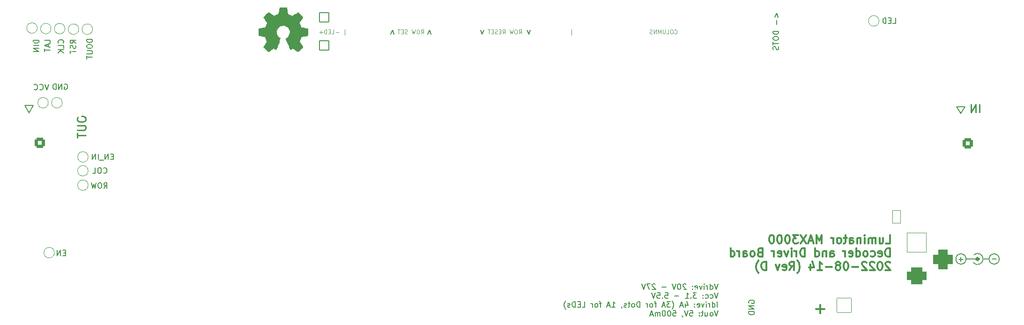
<source format=gbr>
%TF.GenerationSoftware,KiCad,Pcbnew,(6.0.0-0)*%
%TF.CreationDate,2022-08-30T01:19:14-06:00*%
%TF.ProjectId,FlippyDriver,466c6970-7079-4447-9269-7665722e6b69,D*%
%TF.SameCoordinates,Original*%
%TF.FileFunction,Legend,Bot*%
%TF.FilePolarity,Positive*%
%FSLAX46Y46*%
G04 Gerber Fmt 4.6, Leading zero omitted, Abs format (unit mm)*
G04 Created by KiCad (PCBNEW (6.0.0-0)) date 2022-08-30 01:19:14*
%MOMM*%
%LPD*%
G01*
G04 APERTURE LIST*
G04 Aperture macros list*
%AMRoundRect*
0 Rectangle with rounded corners*
0 $1 Rounding radius*
0 $2 $3 $4 $5 $6 $7 $8 $9 X,Y pos of 4 corners*
0 Add a 4 corners polygon primitive as box body*
4,1,4,$2,$3,$4,$5,$6,$7,$8,$9,$2,$3,0*
0 Add four circle primitives for the rounded corners*
1,1,$1+$1,$2,$3*
1,1,$1+$1,$4,$5*
1,1,$1+$1,$6,$7*
1,1,$1+$1,$8,$9*
0 Add four rect primitives between the rounded corners*
20,1,$1+$1,$2,$3,$4,$5,0*
20,1,$1+$1,$4,$5,$6,$7,0*
20,1,$1+$1,$6,$7,$8,$9,0*
20,1,$1+$1,$8,$9,$2,$3,0*%
G04 Aperture macros list end*
%ADD10C,0.150000*%
%ADD11C,0.099200*%
%ADD12C,0.250000*%
%ADD13C,0.300000*%
%ADD14C,0.120000*%
%ADD15C,0.500000*%
%ADD16C,0.010000*%
%ADD17C,7.100000*%
%ADD18C,4.000000*%
%ADD19C,9.100000*%
%ADD20C,5.000000*%
%ADD21RoundRect,0.050000X1.750000X-1.750000X1.750000X1.750000X-1.750000X1.750000X-1.750000X-1.750000X0*%
%ADD22RoundRect,0.800000X1.000000X-0.750000X1.000000X0.750000X-1.000000X0.750000X-1.000000X-0.750000X0*%
%ADD23RoundRect,0.925000X0.875000X-0.875000X0.875000X0.875000X-0.875000X0.875000X-0.875000X-0.875000X0*%
%ADD24C,2.900000*%
%ADD25RoundRect,0.050000X0.850000X-0.850000X0.850000X0.850000X-0.850000X0.850000X-0.850000X-0.850000X0*%
%ADD26O,1.800000X1.800000*%
%ADD27C,1.152000*%
%ADD28RoundRect,0.050000X-0.750000X-1.150000X0.750000X-1.150000X0.750000X1.150000X-0.750000X1.150000X0*%
%ADD29O,1.600000X2.400000*%
%ADD30RoundRect,0.050000X-1.300000X-1.300000X1.300000X-1.300000X1.300000X1.300000X-1.300000X1.300000X0*%
%ADD31C,2.700000*%
%ADD32RoundRect,0.300000X-0.600000X-0.600000X0.600000X-0.600000X0.600000X0.600000X-0.600000X0.600000X0*%
%ADD33C,1.800000*%
%ADD34C,1.600000*%
%ADD35C,0.700000*%
%ADD36C,0.900000*%
%ADD37C,1.300000*%
%ADD38C,1.700000*%
G04 APERTURE END LIST*
D10*
X224500000Y-87400000D02*
X225300000Y-88600000D01*
X225300000Y-88600000D02*
X226000000Y-87400000D01*
X56900000Y-88500000D02*
X57600000Y-87200000D01*
X57600000Y-87200000D02*
X56100000Y-87200000D01*
X56100000Y-87200000D02*
X56900000Y-88500000D01*
X226000000Y-87400000D02*
X224500000Y-87400000D01*
X181407261Y-119437380D02*
X181073928Y-120437380D01*
X180740595Y-119437380D01*
X179978690Y-120437380D02*
X179978690Y-119437380D01*
X179978690Y-120389761D02*
X180073928Y-120437380D01*
X180264404Y-120437380D01*
X180359642Y-120389761D01*
X180407261Y-120342142D01*
X180454880Y-120246904D01*
X180454880Y-119961190D01*
X180407261Y-119865952D01*
X180359642Y-119818333D01*
X180264404Y-119770714D01*
X180073928Y-119770714D01*
X179978690Y-119818333D01*
X179502500Y-120437380D02*
X179502500Y-119770714D01*
X179502500Y-119961190D02*
X179454880Y-119865952D01*
X179407261Y-119818333D01*
X179312023Y-119770714D01*
X179216785Y-119770714D01*
X178883452Y-120437380D02*
X178883452Y-119770714D01*
X178883452Y-119437380D02*
X178931071Y-119485000D01*
X178883452Y-119532619D01*
X178835833Y-119485000D01*
X178883452Y-119437380D01*
X178883452Y-119532619D01*
X178502500Y-119770714D02*
X178264404Y-120437380D01*
X178026309Y-119770714D01*
X177264404Y-120389761D02*
X177359642Y-120437380D01*
X177550119Y-120437380D01*
X177645357Y-120389761D01*
X177692976Y-120294523D01*
X177692976Y-119913571D01*
X177645357Y-119818333D01*
X177550119Y-119770714D01*
X177359642Y-119770714D01*
X177264404Y-119818333D01*
X177216785Y-119913571D01*
X177216785Y-120008809D01*
X177692976Y-120104047D01*
X176788214Y-120342142D02*
X176740595Y-120389761D01*
X176788214Y-120437380D01*
X176835833Y-120389761D01*
X176788214Y-120342142D01*
X176788214Y-120437380D01*
X176788214Y-119818333D02*
X176740595Y-119865952D01*
X176788214Y-119913571D01*
X176835833Y-119865952D01*
X176788214Y-119818333D01*
X176788214Y-119913571D01*
X175597738Y-119532619D02*
X175550119Y-119485000D01*
X175454880Y-119437380D01*
X175216785Y-119437380D01*
X175121547Y-119485000D01*
X175073928Y-119532619D01*
X175026309Y-119627857D01*
X175026309Y-119723095D01*
X175073928Y-119865952D01*
X175645357Y-120437380D01*
X175026309Y-120437380D01*
X174407261Y-119437380D02*
X174312023Y-119437380D01*
X174216785Y-119485000D01*
X174169166Y-119532619D01*
X174121547Y-119627857D01*
X174073928Y-119818333D01*
X174073928Y-120056428D01*
X174121547Y-120246904D01*
X174169166Y-120342142D01*
X174216785Y-120389761D01*
X174312023Y-120437380D01*
X174407261Y-120437380D01*
X174502500Y-120389761D01*
X174550119Y-120342142D01*
X174597738Y-120246904D01*
X174645357Y-120056428D01*
X174645357Y-119818333D01*
X174597738Y-119627857D01*
X174550119Y-119532619D01*
X174502500Y-119485000D01*
X174407261Y-119437380D01*
X173788214Y-119437380D02*
X173454880Y-120437380D01*
X173121547Y-119437380D01*
X172026309Y-120056428D02*
X171264404Y-120056428D01*
X170073928Y-119532619D02*
X170026309Y-119485000D01*
X169931071Y-119437380D01*
X169692976Y-119437380D01*
X169597738Y-119485000D01*
X169550119Y-119532619D01*
X169502500Y-119627857D01*
X169502500Y-119723095D01*
X169550119Y-119865952D01*
X170121547Y-120437380D01*
X169502500Y-120437380D01*
X169169166Y-119437380D02*
X168502500Y-119437380D01*
X168931071Y-120437380D01*
X168264404Y-119437380D02*
X167931071Y-120437380D01*
X167597738Y-119437380D01*
X181407261Y-121047380D02*
X181073928Y-122047380D01*
X180740595Y-121047380D01*
X179978690Y-121999761D02*
X180073928Y-122047380D01*
X180264404Y-122047380D01*
X180359642Y-121999761D01*
X180407261Y-121952142D01*
X180454880Y-121856904D01*
X180454880Y-121571190D01*
X180407261Y-121475952D01*
X180359642Y-121428333D01*
X180264404Y-121380714D01*
X180073928Y-121380714D01*
X179978690Y-121428333D01*
X179121547Y-121999761D02*
X179216785Y-122047380D01*
X179407261Y-122047380D01*
X179502500Y-121999761D01*
X179550119Y-121952142D01*
X179597738Y-121856904D01*
X179597738Y-121571190D01*
X179550119Y-121475952D01*
X179502500Y-121428333D01*
X179407261Y-121380714D01*
X179216785Y-121380714D01*
X179121547Y-121428333D01*
X178692976Y-121952142D02*
X178645357Y-121999761D01*
X178692976Y-122047380D01*
X178740595Y-121999761D01*
X178692976Y-121952142D01*
X178692976Y-122047380D01*
X178692976Y-121428333D02*
X178645357Y-121475952D01*
X178692976Y-121523571D01*
X178740595Y-121475952D01*
X178692976Y-121428333D01*
X178692976Y-121523571D01*
X177550119Y-121047380D02*
X176931071Y-121047380D01*
X177264404Y-121428333D01*
X177121547Y-121428333D01*
X177026309Y-121475952D01*
X176978690Y-121523571D01*
X176931071Y-121618809D01*
X176931071Y-121856904D01*
X176978690Y-121952142D01*
X177026309Y-121999761D01*
X177121547Y-122047380D01*
X177407261Y-122047380D01*
X177502500Y-121999761D01*
X177550119Y-121952142D01*
X176502500Y-121952142D02*
X176454880Y-121999761D01*
X176502500Y-122047380D01*
X176550119Y-121999761D01*
X176502500Y-121952142D01*
X176502500Y-122047380D01*
X175502500Y-122047380D02*
X176073928Y-122047380D01*
X175788214Y-122047380D02*
X175788214Y-121047380D01*
X175883452Y-121190238D01*
X175978690Y-121285476D01*
X176073928Y-121333095D01*
X174312023Y-121666428D02*
X173550119Y-121666428D01*
X171835833Y-121047380D02*
X172312023Y-121047380D01*
X172359642Y-121523571D01*
X172312023Y-121475952D01*
X172216785Y-121428333D01*
X171978690Y-121428333D01*
X171883452Y-121475952D01*
X171835833Y-121523571D01*
X171788214Y-121618809D01*
X171788214Y-121856904D01*
X171835833Y-121952142D01*
X171883452Y-121999761D01*
X171978690Y-122047380D01*
X172216785Y-122047380D01*
X172312023Y-121999761D01*
X172359642Y-121952142D01*
X171359642Y-121952142D02*
X171312023Y-121999761D01*
X171359642Y-122047380D01*
X171407261Y-121999761D01*
X171359642Y-121952142D01*
X171359642Y-122047380D01*
X170407261Y-121047380D02*
X170883452Y-121047380D01*
X170931071Y-121523571D01*
X170883452Y-121475952D01*
X170788214Y-121428333D01*
X170550119Y-121428333D01*
X170454880Y-121475952D01*
X170407261Y-121523571D01*
X170359642Y-121618809D01*
X170359642Y-121856904D01*
X170407261Y-121952142D01*
X170454880Y-121999761D01*
X170550119Y-122047380D01*
X170788214Y-122047380D01*
X170883452Y-121999761D01*
X170931071Y-121952142D01*
X170073928Y-121047380D02*
X169740595Y-122047380D01*
X169407261Y-121047380D01*
X181264404Y-123657380D02*
X181264404Y-122657380D01*
X180359642Y-123657380D02*
X180359642Y-122657380D01*
X180359642Y-123609761D02*
X180454880Y-123657380D01*
X180645357Y-123657380D01*
X180740595Y-123609761D01*
X180788214Y-123562142D01*
X180835833Y-123466904D01*
X180835833Y-123181190D01*
X180788214Y-123085952D01*
X180740595Y-123038333D01*
X180645357Y-122990714D01*
X180454880Y-122990714D01*
X180359642Y-123038333D01*
X179883452Y-123657380D02*
X179883452Y-122990714D01*
X179883452Y-123181190D02*
X179835833Y-123085952D01*
X179788214Y-123038333D01*
X179692976Y-122990714D01*
X179597738Y-122990714D01*
X179264404Y-123657380D02*
X179264404Y-122990714D01*
X179264404Y-122657380D02*
X179312023Y-122705000D01*
X179264404Y-122752619D01*
X179216785Y-122705000D01*
X179264404Y-122657380D01*
X179264404Y-122752619D01*
X178883452Y-122990714D02*
X178645357Y-123657380D01*
X178407261Y-122990714D01*
X177645357Y-123609761D02*
X177740595Y-123657380D01*
X177931071Y-123657380D01*
X178026309Y-123609761D01*
X178073928Y-123514523D01*
X178073928Y-123133571D01*
X178026309Y-123038333D01*
X177931071Y-122990714D01*
X177740595Y-122990714D01*
X177645357Y-123038333D01*
X177597738Y-123133571D01*
X177597738Y-123228809D01*
X178073928Y-123324047D01*
X177169166Y-123562142D02*
X177121547Y-123609761D01*
X177169166Y-123657380D01*
X177216785Y-123609761D01*
X177169166Y-123562142D01*
X177169166Y-123657380D01*
X177169166Y-123038333D02*
X177121547Y-123085952D01*
X177169166Y-123133571D01*
X177216785Y-123085952D01*
X177169166Y-123038333D01*
X177169166Y-123133571D01*
X175502500Y-122990714D02*
X175502500Y-123657380D01*
X175740595Y-122609761D02*
X175978690Y-123324047D01*
X175359642Y-123324047D01*
X175026309Y-123371666D02*
X174550119Y-123371666D01*
X175121547Y-123657380D02*
X174788214Y-122657380D01*
X174454880Y-123657380D01*
X173073928Y-124038333D02*
X173121547Y-123990714D01*
X173216785Y-123847857D01*
X173264404Y-123752619D01*
X173312023Y-123609761D01*
X173359642Y-123371666D01*
X173359642Y-123181190D01*
X173312023Y-122943095D01*
X173264404Y-122800238D01*
X173216785Y-122705000D01*
X173121547Y-122562142D01*
X173073928Y-122514523D01*
X172788214Y-122657380D02*
X172169166Y-122657380D01*
X172502500Y-123038333D01*
X172359642Y-123038333D01*
X172264404Y-123085952D01*
X172216785Y-123133571D01*
X172169166Y-123228809D01*
X172169166Y-123466904D01*
X172216785Y-123562142D01*
X172264404Y-123609761D01*
X172359642Y-123657380D01*
X172645357Y-123657380D01*
X172740595Y-123609761D01*
X172788214Y-123562142D01*
X171788214Y-123371666D02*
X171312023Y-123371666D01*
X171883452Y-123657380D02*
X171550119Y-122657380D01*
X171216785Y-123657380D01*
X170264404Y-122990714D02*
X169883452Y-122990714D01*
X170121547Y-123657380D02*
X170121547Y-122800238D01*
X170073928Y-122705000D01*
X169978690Y-122657380D01*
X169883452Y-122657380D01*
X169407261Y-123657380D02*
X169502500Y-123609761D01*
X169550119Y-123562142D01*
X169597738Y-123466904D01*
X169597738Y-123181190D01*
X169550119Y-123085952D01*
X169502500Y-123038333D01*
X169407261Y-122990714D01*
X169264404Y-122990714D01*
X169169166Y-123038333D01*
X169121547Y-123085952D01*
X169073928Y-123181190D01*
X169073928Y-123466904D01*
X169121547Y-123562142D01*
X169169166Y-123609761D01*
X169264404Y-123657380D01*
X169407261Y-123657380D01*
X168645357Y-123657380D02*
X168645357Y-122990714D01*
X168645357Y-123181190D02*
X168597738Y-123085952D01*
X168550119Y-123038333D01*
X168454880Y-122990714D01*
X168359642Y-122990714D01*
X167264404Y-123657380D02*
X167264404Y-122657380D01*
X167026309Y-122657380D01*
X166883452Y-122705000D01*
X166788214Y-122800238D01*
X166740595Y-122895476D01*
X166692976Y-123085952D01*
X166692976Y-123228809D01*
X166740595Y-123419285D01*
X166788214Y-123514523D01*
X166883452Y-123609761D01*
X167026309Y-123657380D01*
X167264404Y-123657380D01*
X166121547Y-123657380D02*
X166216785Y-123609761D01*
X166264404Y-123562142D01*
X166312023Y-123466904D01*
X166312023Y-123181190D01*
X166264404Y-123085952D01*
X166216785Y-123038333D01*
X166121547Y-122990714D01*
X165978690Y-122990714D01*
X165883452Y-123038333D01*
X165835833Y-123085952D01*
X165788214Y-123181190D01*
X165788214Y-123466904D01*
X165835833Y-123562142D01*
X165883452Y-123609761D01*
X165978690Y-123657380D01*
X166121547Y-123657380D01*
X165502500Y-122990714D02*
X165121547Y-122990714D01*
X165359642Y-122657380D02*
X165359642Y-123514523D01*
X165312023Y-123609761D01*
X165216785Y-123657380D01*
X165121547Y-123657380D01*
X164835833Y-123609761D02*
X164740595Y-123657380D01*
X164550119Y-123657380D01*
X164454880Y-123609761D01*
X164407261Y-123514523D01*
X164407261Y-123466904D01*
X164454880Y-123371666D01*
X164550119Y-123324047D01*
X164692976Y-123324047D01*
X164788214Y-123276428D01*
X164835833Y-123181190D01*
X164835833Y-123133571D01*
X164788214Y-123038333D01*
X164692976Y-122990714D01*
X164550119Y-122990714D01*
X164454880Y-123038333D01*
X163931071Y-123609761D02*
X163931071Y-123657380D01*
X163978690Y-123752619D01*
X164026309Y-123800238D01*
X162216785Y-123657380D02*
X162788214Y-123657380D01*
X162502500Y-123657380D02*
X162502500Y-122657380D01*
X162597738Y-122800238D01*
X162692976Y-122895476D01*
X162788214Y-122943095D01*
X161835833Y-123371666D02*
X161359642Y-123371666D01*
X161931071Y-123657380D02*
X161597738Y-122657380D01*
X161264404Y-123657380D01*
X160312023Y-122990714D02*
X159931071Y-122990714D01*
X160169166Y-123657380D02*
X160169166Y-122800238D01*
X160121547Y-122705000D01*
X160026309Y-122657380D01*
X159931071Y-122657380D01*
X159454880Y-123657380D02*
X159550119Y-123609761D01*
X159597738Y-123562142D01*
X159645357Y-123466904D01*
X159645357Y-123181190D01*
X159597738Y-123085952D01*
X159550119Y-123038333D01*
X159454880Y-122990714D01*
X159312023Y-122990714D01*
X159216785Y-123038333D01*
X159169166Y-123085952D01*
X159121547Y-123181190D01*
X159121547Y-123466904D01*
X159169166Y-123562142D01*
X159216785Y-123609761D01*
X159312023Y-123657380D01*
X159454880Y-123657380D01*
X158692976Y-123657380D02*
X158692976Y-122990714D01*
X158692976Y-123181190D02*
X158645357Y-123085952D01*
X158597738Y-123038333D01*
X158502500Y-122990714D01*
X158407261Y-122990714D01*
X156835833Y-123657380D02*
X157312023Y-123657380D01*
X157312023Y-122657380D01*
X156502500Y-123133571D02*
X156169166Y-123133571D01*
X156026309Y-123657380D02*
X156502500Y-123657380D01*
X156502500Y-122657380D01*
X156026309Y-122657380D01*
X155597738Y-123657380D02*
X155597738Y-122657380D01*
X155359642Y-122657380D01*
X155216785Y-122705000D01*
X155121547Y-122800238D01*
X155073928Y-122895476D01*
X155026309Y-123085952D01*
X155026309Y-123228809D01*
X155073928Y-123419285D01*
X155121547Y-123514523D01*
X155216785Y-123609761D01*
X155359642Y-123657380D01*
X155597738Y-123657380D01*
X154645357Y-123609761D02*
X154550119Y-123657380D01*
X154359642Y-123657380D01*
X154264404Y-123609761D01*
X154216785Y-123514523D01*
X154216785Y-123466904D01*
X154264404Y-123371666D01*
X154359642Y-123324047D01*
X154502500Y-123324047D01*
X154597738Y-123276428D01*
X154645357Y-123181190D01*
X154645357Y-123133571D01*
X154597738Y-123038333D01*
X154502500Y-122990714D01*
X154359642Y-122990714D01*
X154264404Y-123038333D01*
X153883452Y-124038333D02*
X153835833Y-123990714D01*
X153740595Y-123847857D01*
X153692976Y-123752619D01*
X153645357Y-123609761D01*
X153597738Y-123371666D01*
X153597738Y-123181190D01*
X153645357Y-122943095D01*
X153692976Y-122800238D01*
X153740595Y-122705000D01*
X153835833Y-122562142D01*
X153883452Y-122514523D01*
X181407261Y-124267380D02*
X181073928Y-125267380D01*
X180740595Y-124267380D01*
X180264404Y-125267380D02*
X180359642Y-125219761D01*
X180407261Y-125172142D01*
X180454880Y-125076904D01*
X180454880Y-124791190D01*
X180407261Y-124695952D01*
X180359642Y-124648333D01*
X180264404Y-124600714D01*
X180121547Y-124600714D01*
X180026309Y-124648333D01*
X179978690Y-124695952D01*
X179931071Y-124791190D01*
X179931071Y-125076904D01*
X179978690Y-125172142D01*
X180026309Y-125219761D01*
X180121547Y-125267380D01*
X180264404Y-125267380D01*
X179073928Y-124600714D02*
X179073928Y-125267380D01*
X179502500Y-124600714D02*
X179502500Y-125124523D01*
X179454880Y-125219761D01*
X179359642Y-125267380D01*
X179216785Y-125267380D01*
X179121547Y-125219761D01*
X179073928Y-125172142D01*
X178740595Y-124600714D02*
X178359642Y-124600714D01*
X178597738Y-124267380D02*
X178597738Y-125124523D01*
X178550119Y-125219761D01*
X178454880Y-125267380D01*
X178359642Y-125267380D01*
X178026309Y-125172142D02*
X177978690Y-125219761D01*
X178026309Y-125267380D01*
X178073928Y-125219761D01*
X178026309Y-125172142D01*
X178026309Y-125267380D01*
X178026309Y-124648333D02*
X177978690Y-124695952D01*
X178026309Y-124743571D01*
X178073928Y-124695952D01*
X178026309Y-124648333D01*
X178026309Y-124743571D01*
X176312023Y-124267380D02*
X176788214Y-124267380D01*
X176835833Y-124743571D01*
X176788214Y-124695952D01*
X176692976Y-124648333D01*
X176454880Y-124648333D01*
X176359642Y-124695952D01*
X176312023Y-124743571D01*
X176264404Y-124838809D01*
X176264404Y-125076904D01*
X176312023Y-125172142D01*
X176359642Y-125219761D01*
X176454880Y-125267380D01*
X176692976Y-125267380D01*
X176788214Y-125219761D01*
X176835833Y-125172142D01*
X175978690Y-124267380D02*
X175645357Y-125267380D01*
X175312023Y-124267380D01*
X174931071Y-125219761D02*
X174931071Y-125267380D01*
X174978690Y-125362619D01*
X175026309Y-125410238D01*
X173264404Y-124267380D02*
X173740595Y-124267380D01*
X173788214Y-124743571D01*
X173740595Y-124695952D01*
X173645357Y-124648333D01*
X173407261Y-124648333D01*
X173312023Y-124695952D01*
X173264404Y-124743571D01*
X173216785Y-124838809D01*
X173216785Y-125076904D01*
X173264404Y-125172142D01*
X173312023Y-125219761D01*
X173407261Y-125267380D01*
X173645357Y-125267380D01*
X173740595Y-125219761D01*
X173788214Y-125172142D01*
X172597738Y-124267380D02*
X172502500Y-124267380D01*
X172407261Y-124315000D01*
X172359642Y-124362619D01*
X172312023Y-124457857D01*
X172264404Y-124648333D01*
X172264404Y-124886428D01*
X172312023Y-125076904D01*
X172359642Y-125172142D01*
X172407261Y-125219761D01*
X172502500Y-125267380D01*
X172597738Y-125267380D01*
X172692976Y-125219761D01*
X172740595Y-125172142D01*
X172788214Y-125076904D01*
X172835833Y-124886428D01*
X172835833Y-124648333D01*
X172788214Y-124457857D01*
X172740595Y-124362619D01*
X172692976Y-124315000D01*
X172597738Y-124267380D01*
X171645357Y-124267380D02*
X171550119Y-124267380D01*
X171454880Y-124315000D01*
X171407261Y-124362619D01*
X171359642Y-124457857D01*
X171312023Y-124648333D01*
X171312023Y-124886428D01*
X171359642Y-125076904D01*
X171407261Y-125172142D01*
X171454880Y-125219761D01*
X171550119Y-125267380D01*
X171645357Y-125267380D01*
X171740595Y-125219761D01*
X171788214Y-125172142D01*
X171835833Y-125076904D01*
X171883452Y-124886428D01*
X171883452Y-124648333D01*
X171835833Y-124457857D01*
X171788214Y-124362619D01*
X171740595Y-124315000D01*
X171645357Y-124267380D01*
X170883452Y-125267380D02*
X170883452Y-124600714D01*
X170883452Y-124695952D02*
X170835833Y-124648333D01*
X170740595Y-124600714D01*
X170597738Y-124600714D01*
X170502500Y-124648333D01*
X170454880Y-124743571D01*
X170454880Y-125267380D01*
X170454880Y-124743571D02*
X170407261Y-124648333D01*
X170312023Y-124600714D01*
X170169166Y-124600714D01*
X170073928Y-124648333D01*
X170026309Y-124743571D01*
X170026309Y-125267380D01*
X169597738Y-124981666D02*
X169121547Y-124981666D01*
X169692976Y-125267380D02*
X169359642Y-124267380D01*
X169026309Y-125267380D01*
D11*
X173538281Y-74166428D02*
X173573805Y-74201952D01*
X173680377Y-74237476D01*
X173751424Y-74237476D01*
X173857996Y-74201952D01*
X173929043Y-74130904D01*
X173964567Y-74059857D01*
X174000091Y-73917761D01*
X174000091Y-73811190D01*
X173964567Y-73669095D01*
X173929043Y-73598047D01*
X173857996Y-73527000D01*
X173751424Y-73491476D01*
X173680377Y-73491476D01*
X173573805Y-73527000D01*
X173538281Y-73562523D01*
X173076472Y-73491476D02*
X172934377Y-73491476D01*
X172863329Y-73527000D01*
X172792281Y-73598047D01*
X172756758Y-73740142D01*
X172756758Y-73988809D01*
X172792281Y-74130904D01*
X172863329Y-74201952D01*
X172934377Y-74237476D01*
X173076472Y-74237476D01*
X173147519Y-74201952D01*
X173218567Y-74130904D01*
X173254091Y-73988809D01*
X173254091Y-73740142D01*
X173218567Y-73598047D01*
X173147519Y-73527000D01*
X173076472Y-73491476D01*
X172081805Y-74237476D02*
X172437043Y-74237476D01*
X172437043Y-73491476D01*
X171833139Y-73491476D02*
X171833139Y-74095380D01*
X171797615Y-74166428D01*
X171762091Y-74201952D01*
X171691043Y-74237476D01*
X171548948Y-74237476D01*
X171477900Y-74201952D01*
X171442377Y-74166428D01*
X171406853Y-74095380D01*
X171406853Y-73491476D01*
X171051615Y-74237476D02*
X171051615Y-73491476D01*
X170802948Y-74024333D01*
X170554281Y-73491476D01*
X170554281Y-74237476D01*
X170199043Y-74237476D02*
X170199043Y-73491476D01*
X169772758Y-74237476D01*
X169772758Y-73491476D01*
X169453043Y-74201952D02*
X169346472Y-74237476D01*
X169168853Y-74237476D01*
X169097805Y-74201952D01*
X169062281Y-74166428D01*
X169026758Y-74095380D01*
X169026758Y-74024333D01*
X169062281Y-73953285D01*
X169097805Y-73917761D01*
X169168853Y-73882238D01*
X169310948Y-73846714D01*
X169381996Y-73811190D01*
X169417519Y-73775666D01*
X169453043Y-73704619D01*
X169453043Y-73633571D01*
X169417519Y-73562523D01*
X169381996Y-73527000D01*
X169310948Y-73491476D01*
X169133329Y-73491476D01*
X169026758Y-73527000D01*
X154888281Y-74486142D02*
X154888281Y-73420428D01*
X145403424Y-74237476D02*
X145652091Y-73882238D01*
X145829710Y-74237476D02*
X145829710Y-73491476D01*
X145545519Y-73491476D01*
X145474472Y-73527000D01*
X145438948Y-73562523D01*
X145403424Y-73633571D01*
X145403424Y-73740142D01*
X145438948Y-73811190D01*
X145474472Y-73846714D01*
X145545519Y-73882238D01*
X145829710Y-73882238D01*
X144941615Y-73491476D02*
X144799519Y-73491476D01*
X144728472Y-73527000D01*
X144657424Y-73598047D01*
X144621900Y-73740142D01*
X144621900Y-73988809D01*
X144657424Y-74130904D01*
X144728472Y-74201952D01*
X144799519Y-74237476D01*
X144941615Y-74237476D01*
X145012662Y-74201952D01*
X145083710Y-74130904D01*
X145119234Y-73988809D01*
X145119234Y-73740142D01*
X145083710Y-73598047D01*
X145012662Y-73527000D01*
X144941615Y-73491476D01*
X144373234Y-73491476D02*
X144195615Y-74237476D01*
X144053519Y-73704619D01*
X143911424Y-74237476D01*
X143733805Y-73491476D01*
X142454948Y-74237476D02*
X142703615Y-73882238D01*
X142881234Y-74237476D02*
X142881234Y-73491476D01*
X142597043Y-73491476D01*
X142525996Y-73527000D01*
X142490472Y-73562523D01*
X142454948Y-73633571D01*
X142454948Y-73740142D01*
X142490472Y-73811190D01*
X142525996Y-73846714D01*
X142597043Y-73882238D01*
X142881234Y-73882238D01*
X142135234Y-73846714D02*
X141886567Y-73846714D01*
X141779996Y-74237476D02*
X142135234Y-74237476D01*
X142135234Y-73491476D01*
X141779996Y-73491476D01*
X141495805Y-74201952D02*
X141389234Y-74237476D01*
X141211615Y-74237476D01*
X141140567Y-74201952D01*
X141105043Y-74166428D01*
X141069519Y-74095380D01*
X141069519Y-74024333D01*
X141105043Y-73953285D01*
X141140567Y-73917761D01*
X141211615Y-73882238D01*
X141353710Y-73846714D01*
X141424758Y-73811190D01*
X141460281Y-73775666D01*
X141495805Y-73704619D01*
X141495805Y-73633571D01*
X141460281Y-73562523D01*
X141424758Y-73527000D01*
X141353710Y-73491476D01*
X141176091Y-73491476D01*
X141069519Y-73527000D01*
X140749805Y-73846714D02*
X140501139Y-73846714D01*
X140394567Y-74237476D02*
X140749805Y-74237476D01*
X140749805Y-73491476D01*
X140394567Y-73491476D01*
X140181424Y-73491476D02*
X139755139Y-73491476D01*
X139968281Y-74237476D02*
X139968281Y-73491476D01*
X127712567Y-74237476D02*
X127961234Y-73882238D01*
X128138853Y-74237476D02*
X128138853Y-73491476D01*
X127854662Y-73491476D01*
X127783615Y-73527000D01*
X127748091Y-73562523D01*
X127712567Y-73633571D01*
X127712567Y-73740142D01*
X127748091Y-73811190D01*
X127783615Y-73846714D01*
X127854662Y-73882238D01*
X128138853Y-73882238D01*
X127250758Y-73491476D02*
X127108662Y-73491476D01*
X127037615Y-73527000D01*
X126966567Y-73598047D01*
X126931043Y-73740142D01*
X126931043Y-73988809D01*
X126966567Y-74130904D01*
X127037615Y-74201952D01*
X127108662Y-74237476D01*
X127250758Y-74237476D01*
X127321805Y-74201952D01*
X127392853Y-74130904D01*
X127428377Y-73988809D01*
X127428377Y-73740142D01*
X127392853Y-73598047D01*
X127321805Y-73527000D01*
X127250758Y-73491476D01*
X126682377Y-73491476D02*
X126504758Y-74237476D01*
X126362662Y-73704619D01*
X126220567Y-74237476D01*
X126042948Y-73491476D01*
X125225900Y-74201952D02*
X125119329Y-74237476D01*
X124941710Y-74237476D01*
X124870662Y-74201952D01*
X124835139Y-74166428D01*
X124799615Y-74095380D01*
X124799615Y-74024333D01*
X124835139Y-73953285D01*
X124870662Y-73917761D01*
X124941710Y-73882238D01*
X125083805Y-73846714D01*
X125154853Y-73811190D01*
X125190377Y-73775666D01*
X125225900Y-73704619D01*
X125225900Y-73633571D01*
X125190377Y-73562523D01*
X125154853Y-73527000D01*
X125083805Y-73491476D01*
X124906186Y-73491476D01*
X124799615Y-73527000D01*
X124479900Y-73846714D02*
X124231234Y-73846714D01*
X124124662Y-74237476D02*
X124479900Y-74237476D01*
X124479900Y-73491476D01*
X124124662Y-73491476D01*
X123911519Y-73491476D02*
X123485234Y-73491476D01*
X123698377Y-74237476D02*
X123698377Y-73491476D01*
X113964853Y-74486142D02*
X113964853Y-73420428D01*
X112863615Y-73953285D02*
X112295234Y-73953285D01*
X111584758Y-74237476D02*
X111939996Y-74237476D01*
X111939996Y-73491476D01*
X111336091Y-73846714D02*
X111087424Y-73846714D01*
X110980853Y-74237476D02*
X111336091Y-74237476D01*
X111336091Y-73491476D01*
X110980853Y-73491476D01*
X110661139Y-74237476D02*
X110661139Y-73491476D01*
X110483519Y-73491476D01*
X110376948Y-73527000D01*
X110305900Y-73598047D01*
X110270377Y-73669095D01*
X110234853Y-73811190D01*
X110234853Y-73917761D01*
X110270377Y-74059857D01*
X110305900Y-74130904D01*
X110376948Y-74201952D01*
X110483519Y-74237476D01*
X110661139Y-74237476D01*
X109915139Y-73953285D02*
X109346758Y-73953285D01*
X109630948Y-74237476D02*
X109630948Y-73669095D01*
D12*
X65578571Y-89500000D02*
X65578571Y-89785714D01*
X65650000Y-89928571D01*
X65792857Y-90071428D01*
X66078571Y-90142857D01*
X66578571Y-90142857D01*
X66864285Y-90071428D01*
X67007142Y-89928571D01*
X67078571Y-89785714D01*
X67078571Y-89500000D01*
X67007142Y-89357142D01*
X66864285Y-89214285D01*
X66578571Y-89142857D01*
X66078571Y-89142857D01*
X65792857Y-89214285D01*
X65650000Y-89357142D01*
X65578571Y-89500000D01*
X65578571Y-90785714D02*
X66792857Y-90785714D01*
X66935714Y-90857142D01*
X67007142Y-90928571D01*
X67078571Y-91071428D01*
X67078571Y-91357142D01*
X67007142Y-91500000D01*
X66935714Y-91571428D01*
X66792857Y-91642857D01*
X65578571Y-91642857D01*
X65578571Y-92142857D02*
X65578571Y-93000000D01*
X67078571Y-92571428D02*
X65578571Y-92571428D01*
X228685714Y-88478571D02*
X228685714Y-86978571D01*
X227971428Y-88478571D02*
X227971428Y-86978571D01*
X227114285Y-88478571D01*
X227114285Y-86978571D01*
D10*
X230919047Y-114971428D02*
X231680952Y-114971428D01*
X122814285Y-74280952D02*
X122528571Y-73519047D01*
X122242857Y-74280952D01*
X129514285Y-74280952D02*
X129228571Y-73519047D01*
X128942857Y-74280952D01*
D13*
X211733571Y-112113571D02*
X212447857Y-112113571D01*
X212447857Y-110613571D01*
X210590714Y-111113571D02*
X210590714Y-112113571D01*
X211233571Y-111113571D02*
X211233571Y-111899285D01*
X211162142Y-112042142D01*
X211019285Y-112113571D01*
X210805000Y-112113571D01*
X210662142Y-112042142D01*
X210590714Y-111970714D01*
X209876428Y-112113571D02*
X209876428Y-111113571D01*
X209876428Y-111256428D02*
X209805000Y-111185000D01*
X209662142Y-111113571D01*
X209447857Y-111113571D01*
X209305000Y-111185000D01*
X209233571Y-111327857D01*
X209233571Y-112113571D01*
X209233571Y-111327857D02*
X209162142Y-111185000D01*
X209019285Y-111113571D01*
X208805000Y-111113571D01*
X208662142Y-111185000D01*
X208590714Y-111327857D01*
X208590714Y-112113571D01*
X207876428Y-112113571D02*
X207876428Y-111113571D01*
X207876428Y-110613571D02*
X207947857Y-110685000D01*
X207876428Y-110756428D01*
X207805000Y-110685000D01*
X207876428Y-110613571D01*
X207876428Y-110756428D01*
X207162142Y-111113571D02*
X207162142Y-112113571D01*
X207162142Y-111256428D02*
X207090714Y-111185000D01*
X206947857Y-111113571D01*
X206733571Y-111113571D01*
X206590714Y-111185000D01*
X206519285Y-111327857D01*
X206519285Y-112113571D01*
X205162142Y-112113571D02*
X205162142Y-111327857D01*
X205233571Y-111185000D01*
X205376428Y-111113571D01*
X205662142Y-111113571D01*
X205805000Y-111185000D01*
X205162142Y-112042142D02*
X205305000Y-112113571D01*
X205662142Y-112113571D01*
X205805000Y-112042142D01*
X205876428Y-111899285D01*
X205876428Y-111756428D01*
X205805000Y-111613571D01*
X205662142Y-111542142D01*
X205305000Y-111542142D01*
X205162142Y-111470714D01*
X204662142Y-111113571D02*
X204090714Y-111113571D01*
X204447857Y-110613571D02*
X204447857Y-111899285D01*
X204376428Y-112042142D01*
X204233571Y-112113571D01*
X204090714Y-112113571D01*
X203376428Y-112113571D02*
X203519285Y-112042142D01*
X203590714Y-111970714D01*
X203662142Y-111827857D01*
X203662142Y-111399285D01*
X203590714Y-111256428D01*
X203519285Y-111185000D01*
X203376428Y-111113571D01*
X203162142Y-111113571D01*
X203019285Y-111185000D01*
X202947857Y-111256428D01*
X202876428Y-111399285D01*
X202876428Y-111827857D01*
X202947857Y-111970714D01*
X203019285Y-112042142D01*
X203162142Y-112113571D01*
X203376428Y-112113571D01*
X202233571Y-112113571D02*
X202233571Y-111113571D01*
X202233571Y-111399285D02*
X202162142Y-111256428D01*
X202090714Y-111185000D01*
X201947857Y-111113571D01*
X201805000Y-111113571D01*
X200162142Y-112113571D02*
X200162142Y-110613571D01*
X199662142Y-111685000D01*
X199162142Y-110613571D01*
X199162142Y-112113571D01*
X198519285Y-111685000D02*
X197805000Y-111685000D01*
X198662142Y-112113571D02*
X198162142Y-110613571D01*
X197662142Y-112113571D01*
X197305000Y-110613571D02*
X196305000Y-112113571D01*
X196305000Y-110613571D02*
X197305000Y-112113571D01*
X195876428Y-110613571D02*
X194947857Y-110613571D01*
X195447857Y-111185000D01*
X195233571Y-111185000D01*
X195090714Y-111256428D01*
X195019285Y-111327857D01*
X194947857Y-111470714D01*
X194947857Y-111827857D01*
X195019285Y-111970714D01*
X195090714Y-112042142D01*
X195233571Y-112113571D01*
X195662142Y-112113571D01*
X195805000Y-112042142D01*
X195876428Y-111970714D01*
X194019285Y-110613571D02*
X193876428Y-110613571D01*
X193733571Y-110685000D01*
X193662142Y-110756428D01*
X193590714Y-110899285D01*
X193519285Y-111185000D01*
X193519285Y-111542142D01*
X193590714Y-111827857D01*
X193662142Y-111970714D01*
X193733571Y-112042142D01*
X193876428Y-112113571D01*
X194019285Y-112113571D01*
X194162142Y-112042142D01*
X194233571Y-111970714D01*
X194305000Y-111827857D01*
X194376428Y-111542142D01*
X194376428Y-111185000D01*
X194305000Y-110899285D01*
X194233571Y-110756428D01*
X194162142Y-110685000D01*
X194019285Y-110613571D01*
X192590714Y-110613571D02*
X192447857Y-110613571D01*
X192305000Y-110685000D01*
X192233571Y-110756428D01*
X192162142Y-110899285D01*
X192090714Y-111185000D01*
X192090714Y-111542142D01*
X192162142Y-111827857D01*
X192233571Y-111970714D01*
X192305000Y-112042142D01*
X192447857Y-112113571D01*
X192590714Y-112113571D01*
X192733571Y-112042142D01*
X192805000Y-111970714D01*
X192876428Y-111827857D01*
X192947857Y-111542142D01*
X192947857Y-111185000D01*
X192876428Y-110899285D01*
X192805000Y-110756428D01*
X192733571Y-110685000D01*
X192590714Y-110613571D01*
X191162142Y-110613571D02*
X191019285Y-110613571D01*
X190876428Y-110685000D01*
X190805000Y-110756428D01*
X190733571Y-110899285D01*
X190662142Y-111185000D01*
X190662142Y-111542142D01*
X190733571Y-111827857D01*
X190805000Y-111970714D01*
X190876428Y-112042142D01*
X191019285Y-112113571D01*
X191162142Y-112113571D01*
X191305000Y-112042142D01*
X191376428Y-111970714D01*
X191447857Y-111827857D01*
X191519285Y-111542142D01*
X191519285Y-111185000D01*
X191447857Y-110899285D01*
X191376428Y-110756428D01*
X191305000Y-110685000D01*
X191162142Y-110613571D01*
X212447857Y-114528571D02*
X212447857Y-113028571D01*
X212090714Y-113028571D01*
X211876428Y-113100000D01*
X211733571Y-113242857D01*
X211662142Y-113385714D01*
X211590714Y-113671428D01*
X211590714Y-113885714D01*
X211662142Y-114171428D01*
X211733571Y-114314285D01*
X211876428Y-114457142D01*
X212090714Y-114528571D01*
X212447857Y-114528571D01*
X210376428Y-114457142D02*
X210519285Y-114528571D01*
X210805000Y-114528571D01*
X210947857Y-114457142D01*
X211019285Y-114314285D01*
X211019285Y-113742857D01*
X210947857Y-113600000D01*
X210805000Y-113528571D01*
X210519285Y-113528571D01*
X210376428Y-113600000D01*
X210305000Y-113742857D01*
X210305000Y-113885714D01*
X211019285Y-114028571D01*
X209019285Y-114457142D02*
X209162142Y-114528571D01*
X209447857Y-114528571D01*
X209590714Y-114457142D01*
X209662142Y-114385714D01*
X209733571Y-114242857D01*
X209733571Y-113814285D01*
X209662142Y-113671428D01*
X209590714Y-113600000D01*
X209447857Y-113528571D01*
X209162142Y-113528571D01*
X209019285Y-113600000D01*
X208162142Y-114528571D02*
X208305000Y-114457142D01*
X208376428Y-114385714D01*
X208447857Y-114242857D01*
X208447857Y-113814285D01*
X208376428Y-113671428D01*
X208305000Y-113600000D01*
X208162142Y-113528571D01*
X207947857Y-113528571D01*
X207805000Y-113600000D01*
X207733571Y-113671428D01*
X207662142Y-113814285D01*
X207662142Y-114242857D01*
X207733571Y-114385714D01*
X207805000Y-114457142D01*
X207947857Y-114528571D01*
X208162142Y-114528571D01*
X206376428Y-114528571D02*
X206376428Y-113028571D01*
X206376428Y-114457142D02*
X206519285Y-114528571D01*
X206805000Y-114528571D01*
X206947857Y-114457142D01*
X207019285Y-114385714D01*
X207090714Y-114242857D01*
X207090714Y-113814285D01*
X207019285Y-113671428D01*
X206947857Y-113600000D01*
X206805000Y-113528571D01*
X206519285Y-113528571D01*
X206376428Y-113600000D01*
X205090714Y-114457142D02*
X205233571Y-114528571D01*
X205519285Y-114528571D01*
X205662142Y-114457142D01*
X205733571Y-114314285D01*
X205733571Y-113742857D01*
X205662142Y-113600000D01*
X205519285Y-113528571D01*
X205233571Y-113528571D01*
X205090714Y-113600000D01*
X205019285Y-113742857D01*
X205019285Y-113885714D01*
X205733571Y-114028571D01*
X204376428Y-114528571D02*
X204376428Y-113528571D01*
X204376428Y-113814285D02*
X204305000Y-113671428D01*
X204233571Y-113600000D01*
X204090714Y-113528571D01*
X203947857Y-113528571D01*
X201662142Y-114528571D02*
X201662142Y-113742857D01*
X201733571Y-113600000D01*
X201876428Y-113528571D01*
X202162142Y-113528571D01*
X202305000Y-113600000D01*
X201662142Y-114457142D02*
X201805000Y-114528571D01*
X202162142Y-114528571D01*
X202305000Y-114457142D01*
X202376428Y-114314285D01*
X202376428Y-114171428D01*
X202305000Y-114028571D01*
X202162142Y-113957142D01*
X201805000Y-113957142D01*
X201662142Y-113885714D01*
X200947857Y-113528571D02*
X200947857Y-114528571D01*
X200947857Y-113671428D02*
X200876428Y-113600000D01*
X200733571Y-113528571D01*
X200519285Y-113528571D01*
X200376428Y-113600000D01*
X200305000Y-113742857D01*
X200305000Y-114528571D01*
X198947857Y-114528571D02*
X198947857Y-113028571D01*
X198947857Y-114457142D02*
X199090714Y-114528571D01*
X199376428Y-114528571D01*
X199519285Y-114457142D01*
X199590714Y-114385714D01*
X199662142Y-114242857D01*
X199662142Y-113814285D01*
X199590714Y-113671428D01*
X199519285Y-113600000D01*
X199376428Y-113528571D01*
X199090714Y-113528571D01*
X198947857Y-113600000D01*
X197090714Y-114528571D02*
X197090714Y-113028571D01*
X196733571Y-113028571D01*
X196519285Y-113100000D01*
X196376428Y-113242857D01*
X196305000Y-113385714D01*
X196233571Y-113671428D01*
X196233571Y-113885714D01*
X196305000Y-114171428D01*
X196376428Y-114314285D01*
X196519285Y-114457142D01*
X196733571Y-114528571D01*
X197090714Y-114528571D01*
X195590714Y-114528571D02*
X195590714Y-113528571D01*
X195590714Y-113814285D02*
X195519285Y-113671428D01*
X195447857Y-113600000D01*
X195305000Y-113528571D01*
X195162142Y-113528571D01*
X194662142Y-114528571D02*
X194662142Y-113528571D01*
X194662142Y-113028571D02*
X194733571Y-113100000D01*
X194662142Y-113171428D01*
X194590714Y-113100000D01*
X194662142Y-113028571D01*
X194662142Y-113171428D01*
X194090714Y-113528571D02*
X193733571Y-114528571D01*
X193376428Y-113528571D01*
X192233571Y-114457142D02*
X192376428Y-114528571D01*
X192662142Y-114528571D01*
X192805000Y-114457142D01*
X192876428Y-114314285D01*
X192876428Y-113742857D01*
X192805000Y-113600000D01*
X192662142Y-113528571D01*
X192376428Y-113528571D01*
X192233571Y-113600000D01*
X192162142Y-113742857D01*
X192162142Y-113885714D01*
X192876428Y-114028571D01*
X191519285Y-114528571D02*
X191519285Y-113528571D01*
X191519285Y-113814285D02*
X191447857Y-113671428D01*
X191376428Y-113600000D01*
X191233571Y-113528571D01*
X191090714Y-113528571D01*
X188947857Y-113742857D02*
X188733571Y-113814285D01*
X188662142Y-113885714D01*
X188590714Y-114028571D01*
X188590714Y-114242857D01*
X188662142Y-114385714D01*
X188733571Y-114457142D01*
X188876428Y-114528571D01*
X189447857Y-114528571D01*
X189447857Y-113028571D01*
X188947857Y-113028571D01*
X188805000Y-113100000D01*
X188733571Y-113171428D01*
X188662142Y-113314285D01*
X188662142Y-113457142D01*
X188733571Y-113600000D01*
X188805000Y-113671428D01*
X188947857Y-113742857D01*
X189447857Y-113742857D01*
X187733571Y-114528571D02*
X187876428Y-114457142D01*
X187947857Y-114385714D01*
X188019285Y-114242857D01*
X188019285Y-113814285D01*
X187947857Y-113671428D01*
X187876428Y-113600000D01*
X187733571Y-113528571D01*
X187519285Y-113528571D01*
X187376428Y-113600000D01*
X187305000Y-113671428D01*
X187233571Y-113814285D01*
X187233571Y-114242857D01*
X187305000Y-114385714D01*
X187376428Y-114457142D01*
X187519285Y-114528571D01*
X187733571Y-114528571D01*
X185947857Y-114528571D02*
X185947857Y-113742857D01*
X186019285Y-113600000D01*
X186162142Y-113528571D01*
X186447857Y-113528571D01*
X186590714Y-113600000D01*
X185947857Y-114457142D02*
X186090714Y-114528571D01*
X186447857Y-114528571D01*
X186590714Y-114457142D01*
X186662142Y-114314285D01*
X186662142Y-114171428D01*
X186590714Y-114028571D01*
X186447857Y-113957142D01*
X186090714Y-113957142D01*
X185947857Y-113885714D01*
X185233571Y-114528571D02*
X185233571Y-113528571D01*
X185233571Y-113814285D02*
X185162142Y-113671428D01*
X185090714Y-113600000D01*
X184947857Y-113528571D01*
X184805000Y-113528571D01*
X183662142Y-114528571D02*
X183662142Y-113028571D01*
X183662142Y-114457142D02*
X183805000Y-114528571D01*
X184090714Y-114528571D01*
X184233571Y-114457142D01*
X184305000Y-114385714D01*
X184376428Y-114242857D01*
X184376428Y-113814285D01*
X184305000Y-113671428D01*
X184233571Y-113600000D01*
X184090714Y-113528571D01*
X183805000Y-113528571D01*
X183662142Y-113600000D01*
X212519285Y-115586428D02*
X212447857Y-115515000D01*
X212305000Y-115443571D01*
X211947857Y-115443571D01*
X211805000Y-115515000D01*
X211733571Y-115586428D01*
X211662142Y-115729285D01*
X211662142Y-115872142D01*
X211733571Y-116086428D01*
X212590714Y-116943571D01*
X211662142Y-116943571D01*
X210733571Y-115443571D02*
X210590714Y-115443571D01*
X210447857Y-115515000D01*
X210376428Y-115586428D01*
X210305000Y-115729285D01*
X210233571Y-116015000D01*
X210233571Y-116372142D01*
X210305000Y-116657857D01*
X210376428Y-116800714D01*
X210447857Y-116872142D01*
X210590714Y-116943571D01*
X210733571Y-116943571D01*
X210876428Y-116872142D01*
X210947857Y-116800714D01*
X211019285Y-116657857D01*
X211090714Y-116372142D01*
X211090714Y-116015000D01*
X211019285Y-115729285D01*
X210947857Y-115586428D01*
X210876428Y-115515000D01*
X210733571Y-115443571D01*
X209662142Y-115586428D02*
X209590714Y-115515000D01*
X209447857Y-115443571D01*
X209090714Y-115443571D01*
X208947857Y-115515000D01*
X208876428Y-115586428D01*
X208805000Y-115729285D01*
X208805000Y-115872142D01*
X208876428Y-116086428D01*
X209733571Y-116943571D01*
X208805000Y-116943571D01*
X208233571Y-115586428D02*
X208162142Y-115515000D01*
X208019285Y-115443571D01*
X207662142Y-115443571D01*
X207519285Y-115515000D01*
X207447857Y-115586428D01*
X207376428Y-115729285D01*
X207376428Y-115872142D01*
X207447857Y-116086428D01*
X208305000Y-116943571D01*
X207376428Y-116943571D01*
X206733571Y-116372142D02*
X205590714Y-116372142D01*
X204590714Y-115443571D02*
X204447857Y-115443571D01*
X204305000Y-115515000D01*
X204233571Y-115586428D01*
X204162142Y-115729285D01*
X204090714Y-116015000D01*
X204090714Y-116372142D01*
X204162142Y-116657857D01*
X204233571Y-116800714D01*
X204305000Y-116872142D01*
X204447857Y-116943571D01*
X204590714Y-116943571D01*
X204733571Y-116872142D01*
X204805000Y-116800714D01*
X204876428Y-116657857D01*
X204947857Y-116372142D01*
X204947857Y-116015000D01*
X204876428Y-115729285D01*
X204805000Y-115586428D01*
X204733571Y-115515000D01*
X204590714Y-115443571D01*
X203233571Y-116086428D02*
X203376428Y-116015000D01*
X203447857Y-115943571D01*
X203519285Y-115800714D01*
X203519285Y-115729285D01*
X203447857Y-115586428D01*
X203376428Y-115515000D01*
X203233571Y-115443571D01*
X202947857Y-115443571D01*
X202805000Y-115515000D01*
X202733571Y-115586428D01*
X202662142Y-115729285D01*
X202662142Y-115800714D01*
X202733571Y-115943571D01*
X202805000Y-116015000D01*
X202947857Y-116086428D01*
X203233571Y-116086428D01*
X203376428Y-116157857D01*
X203447857Y-116229285D01*
X203519285Y-116372142D01*
X203519285Y-116657857D01*
X203447857Y-116800714D01*
X203376428Y-116872142D01*
X203233571Y-116943571D01*
X202947857Y-116943571D01*
X202805000Y-116872142D01*
X202733571Y-116800714D01*
X202662142Y-116657857D01*
X202662142Y-116372142D01*
X202733571Y-116229285D01*
X202805000Y-116157857D01*
X202947857Y-116086428D01*
X202019285Y-116372142D02*
X200876428Y-116372142D01*
X199376428Y-116943571D02*
X200233571Y-116943571D01*
X199805000Y-116943571D02*
X199805000Y-115443571D01*
X199947857Y-115657857D01*
X200090714Y-115800714D01*
X200233571Y-115872142D01*
X198090714Y-115943571D02*
X198090714Y-116943571D01*
X198447857Y-115372142D02*
X198805000Y-116443571D01*
X197876428Y-116443571D01*
X195733571Y-117515000D02*
X195805000Y-117443571D01*
X195947857Y-117229285D01*
X196019285Y-117086428D01*
X196090714Y-116872142D01*
X196162142Y-116515000D01*
X196162142Y-116229285D01*
X196090714Y-115872142D01*
X196019285Y-115657857D01*
X195947857Y-115515000D01*
X195805000Y-115300714D01*
X195733571Y-115229285D01*
X194305000Y-116943571D02*
X194805000Y-116229285D01*
X195162142Y-116943571D02*
X195162142Y-115443571D01*
X194590714Y-115443571D01*
X194447857Y-115515000D01*
X194376428Y-115586428D01*
X194305000Y-115729285D01*
X194305000Y-115943571D01*
X194376428Y-116086428D01*
X194447857Y-116157857D01*
X194590714Y-116229285D01*
X195162142Y-116229285D01*
X193090714Y-116872142D02*
X193233571Y-116943571D01*
X193519285Y-116943571D01*
X193662142Y-116872142D01*
X193733571Y-116729285D01*
X193733571Y-116157857D01*
X193662142Y-116015000D01*
X193519285Y-115943571D01*
X193233571Y-115943571D01*
X193090714Y-116015000D01*
X193019285Y-116157857D01*
X193019285Y-116300714D01*
X193733571Y-116443571D01*
X192519285Y-115943571D02*
X192162142Y-116943571D01*
X191805000Y-115943571D01*
X190090714Y-116943571D02*
X190090714Y-115443571D01*
X189733571Y-115443571D01*
X189519285Y-115515000D01*
X189376428Y-115657857D01*
X189305000Y-115800714D01*
X189233571Y-116086428D01*
X189233571Y-116300714D01*
X189305000Y-116586428D01*
X189376428Y-116729285D01*
X189519285Y-116872142D01*
X189733571Y-116943571D01*
X190090714Y-116943571D01*
X188733571Y-117515000D02*
X188662142Y-117443571D01*
X188519285Y-117229285D01*
X188447857Y-117086428D01*
X188376428Y-116872142D01*
X188305000Y-116515000D01*
X188305000Y-116229285D01*
X188376428Y-115872142D01*
X188447857Y-115657857D01*
X188519285Y-115515000D01*
X188662142Y-115300714D01*
X188733571Y-115229285D01*
D10*
X146885714Y-73519047D02*
X147171428Y-74280952D01*
X147457142Y-73519047D01*
X138485714Y-73519047D02*
X138771428Y-74280952D01*
X139057142Y-73519047D01*
X187000000Y-122938095D02*
X186952380Y-122842857D01*
X186952380Y-122700000D01*
X187000000Y-122557142D01*
X187095238Y-122461904D01*
X187190476Y-122414285D01*
X187380952Y-122366666D01*
X187523809Y-122366666D01*
X187714285Y-122414285D01*
X187809523Y-122461904D01*
X187904761Y-122557142D01*
X187952380Y-122700000D01*
X187952380Y-122795238D01*
X187904761Y-122938095D01*
X187857142Y-122985714D01*
X187523809Y-122985714D01*
X187523809Y-122795238D01*
X187952380Y-123414285D02*
X186952380Y-123414285D01*
X187952380Y-123985714D01*
X186952380Y-123985714D01*
X187952380Y-124461904D02*
X186952380Y-124461904D01*
X186952380Y-124700000D01*
X187000000Y-124842857D01*
X187095238Y-124938095D01*
X187190476Y-124985714D01*
X187380952Y-125033333D01*
X187523809Y-125033333D01*
X187714285Y-124985714D01*
X187809523Y-124938095D01*
X187904761Y-124842857D01*
X187952380Y-124700000D01*
X187952380Y-124461904D01*
D13*
X200661904Y-124042857D02*
X199138095Y-124042857D01*
X199900000Y-124804761D02*
X199900000Y-123280952D01*
D10*
X191680714Y-71300000D02*
X191966428Y-70538095D01*
X192252142Y-71300000D01*
X191966428Y-71776190D02*
X191966428Y-72538095D01*
X192347380Y-73776190D02*
X191347380Y-73776190D01*
X191347380Y-74014285D01*
X191395000Y-74157142D01*
X191490238Y-74252380D01*
X191585476Y-74300000D01*
X191775952Y-74347619D01*
X191918809Y-74347619D01*
X192109285Y-74300000D01*
X192204523Y-74252380D01*
X192299761Y-74157142D01*
X192347380Y-74014285D01*
X192347380Y-73776190D01*
X191347380Y-74966666D02*
X191347380Y-75157142D01*
X191395000Y-75252380D01*
X191490238Y-75347619D01*
X191680714Y-75395238D01*
X192014047Y-75395238D01*
X192204523Y-75347619D01*
X192299761Y-75252380D01*
X192347380Y-75157142D01*
X192347380Y-74966666D01*
X192299761Y-74871428D01*
X192204523Y-74776190D01*
X192014047Y-74728571D01*
X191680714Y-74728571D01*
X191490238Y-74776190D01*
X191395000Y-74871428D01*
X191347380Y-74966666D01*
X191347380Y-75680952D02*
X191347380Y-76252380D01*
X192347380Y-75966666D02*
X191347380Y-75966666D01*
X192299761Y-76538095D02*
X192347380Y-76680952D01*
X192347380Y-76919047D01*
X192299761Y-77014285D01*
X192252142Y-77061904D01*
X192156904Y-77109523D01*
X192061666Y-77109523D01*
X191966428Y-77061904D01*
X191918809Y-77014285D01*
X191871190Y-76919047D01*
X191823571Y-76728571D01*
X191775952Y-76633333D01*
X191728333Y-76585714D01*
X191633095Y-76538095D01*
X191537857Y-76538095D01*
X191442619Y-76585714D01*
X191395000Y-76633333D01*
X191347380Y-76728571D01*
X191347380Y-76966666D01*
X191395000Y-77109523D01*
X224894047Y-115021428D02*
X225655952Y-115021428D01*
X225275000Y-115402380D02*
X225275000Y-114640476D01*
%TO.C,TP12*%
X60652380Y-75850000D02*
X60652380Y-75373809D01*
X59652380Y-75373809D01*
X60366666Y-76135714D02*
X60366666Y-76611904D01*
X60652380Y-76040476D02*
X59652380Y-76373809D01*
X60652380Y-76707142D01*
X59652380Y-76897619D02*
X59652380Y-77469047D01*
X60652380Y-77183333D02*
X59652380Y-77183333D01*
%TO.C,TP11*%
X58652380Y-75376190D02*
X57652380Y-75376190D01*
X57652380Y-75614285D01*
X57700000Y-75757142D01*
X57795238Y-75852380D01*
X57890476Y-75900000D01*
X58080952Y-75947619D01*
X58223809Y-75947619D01*
X58414285Y-75900000D01*
X58509523Y-75852380D01*
X58604761Y-75757142D01*
X58652380Y-75614285D01*
X58652380Y-75376190D01*
X58652380Y-76376190D02*
X57652380Y-76376190D01*
X58652380Y-76852380D02*
X57652380Y-76852380D01*
X58652380Y-77423809D01*
X57652380Y-77423809D01*
%TO.C,TP15*%
X70319047Y-99357142D02*
X70366666Y-99404761D01*
X70509523Y-99452380D01*
X70604761Y-99452380D01*
X70747619Y-99404761D01*
X70842857Y-99309523D01*
X70890476Y-99214285D01*
X70938095Y-99023809D01*
X70938095Y-98880952D01*
X70890476Y-98690476D01*
X70842857Y-98595238D01*
X70747619Y-98500000D01*
X70604761Y-98452380D01*
X70509523Y-98452380D01*
X70366666Y-98500000D01*
X70319047Y-98547619D01*
X69700000Y-98452380D02*
X69509523Y-98452380D01*
X69414285Y-98500000D01*
X69319047Y-98595238D01*
X69271428Y-98785714D01*
X69271428Y-99119047D01*
X69319047Y-99309523D01*
X69414285Y-99404761D01*
X69509523Y-99452380D01*
X69700000Y-99452380D01*
X69795238Y-99404761D01*
X69890476Y-99309523D01*
X69938095Y-99119047D01*
X69938095Y-98785714D01*
X69890476Y-98595238D01*
X69795238Y-98500000D01*
X69700000Y-98452380D01*
X68366666Y-99452380D02*
X68842857Y-99452380D01*
X68842857Y-98452380D01*
%TO.C,TP2*%
X65302380Y-75952380D02*
X64826190Y-75619047D01*
X65302380Y-75380952D02*
X64302380Y-75380952D01*
X64302380Y-75761904D01*
X64350000Y-75857142D01*
X64397619Y-75904761D01*
X64492857Y-75952380D01*
X64635714Y-75952380D01*
X64730952Y-75904761D01*
X64778571Y-75857142D01*
X64826190Y-75761904D01*
X64826190Y-75380952D01*
X65254761Y-76333333D02*
X65302380Y-76476190D01*
X65302380Y-76714285D01*
X65254761Y-76809523D01*
X65207142Y-76857142D01*
X65111904Y-76904761D01*
X65016666Y-76904761D01*
X64921428Y-76857142D01*
X64873809Y-76809523D01*
X64826190Y-76714285D01*
X64778571Y-76523809D01*
X64730952Y-76428571D01*
X64683333Y-76380952D01*
X64588095Y-76333333D01*
X64492857Y-76333333D01*
X64397619Y-76380952D01*
X64350000Y-76428571D01*
X64302380Y-76523809D01*
X64302380Y-76761904D01*
X64350000Y-76904761D01*
X64302380Y-77190476D02*
X64302380Y-77761904D01*
X65302380Y-77476190D02*
X64302380Y-77476190D01*
%TO.C,TP4*%
X60383333Y-83352380D02*
X60050000Y-84352380D01*
X59716666Y-83352380D01*
X58811904Y-84257142D02*
X58859523Y-84304761D01*
X59002380Y-84352380D01*
X59097619Y-84352380D01*
X59240476Y-84304761D01*
X59335714Y-84209523D01*
X59383333Y-84114285D01*
X59430952Y-83923809D01*
X59430952Y-83780952D01*
X59383333Y-83590476D01*
X59335714Y-83495238D01*
X59240476Y-83400000D01*
X59097619Y-83352380D01*
X59002380Y-83352380D01*
X58859523Y-83400000D01*
X58811904Y-83447619D01*
X57811904Y-84257142D02*
X57859523Y-84304761D01*
X58002380Y-84352380D01*
X58097619Y-84352380D01*
X58240476Y-84304761D01*
X58335714Y-84209523D01*
X58383333Y-84114285D01*
X58430952Y-83923809D01*
X58430952Y-83780952D01*
X58383333Y-83590476D01*
X58335714Y-83495238D01*
X58240476Y-83400000D01*
X58097619Y-83352380D01*
X58002380Y-83352380D01*
X57859523Y-83400000D01*
X57811904Y-83447619D01*
%TO.C,TP13*%
X63438095Y-113828571D02*
X63104761Y-113828571D01*
X62961904Y-114352380D02*
X63438095Y-114352380D01*
X63438095Y-113352380D01*
X62961904Y-113352380D01*
X62533333Y-114352380D02*
X62533333Y-113352380D01*
X61961904Y-114352380D01*
X61961904Y-113352380D01*
%TO.C,TP7*%
X72080952Y-96428571D02*
X71747619Y-96428571D01*
X71604761Y-96952380D02*
X72080952Y-96952380D01*
X72080952Y-95952380D01*
X71604761Y-95952380D01*
X71176190Y-96952380D02*
X71176190Y-95952380D01*
X70604761Y-96952380D01*
X70604761Y-95952380D01*
X70366666Y-97047619D02*
X69604761Y-97047619D01*
X69366666Y-96952380D02*
X69366666Y-95952380D01*
X68890476Y-96952380D02*
X68890476Y-95952380D01*
X68319047Y-96952380D01*
X68319047Y-95952380D01*
%TO.C,TP14*%
X70385714Y-102152380D02*
X70719047Y-101676190D01*
X70957142Y-102152380D02*
X70957142Y-101152380D01*
X70576190Y-101152380D01*
X70480952Y-101200000D01*
X70433333Y-101247619D01*
X70385714Y-101342857D01*
X70385714Y-101485714D01*
X70433333Y-101580952D01*
X70480952Y-101628571D01*
X70576190Y-101676190D01*
X70957142Y-101676190D01*
X69766666Y-101152380D02*
X69576190Y-101152380D01*
X69480952Y-101200000D01*
X69385714Y-101295238D01*
X69338095Y-101485714D01*
X69338095Y-101819047D01*
X69385714Y-102009523D01*
X69480952Y-102104761D01*
X69576190Y-102152380D01*
X69766666Y-102152380D01*
X69861904Y-102104761D01*
X69957142Y-102009523D01*
X70004761Y-101819047D01*
X70004761Y-101485714D01*
X69957142Y-101295238D01*
X69861904Y-101200000D01*
X69766666Y-101152380D01*
X69004761Y-101152380D02*
X68766666Y-102152380D01*
X68576190Y-101438095D01*
X68385714Y-102152380D01*
X68147619Y-101152380D01*
%TO.C,TP3*%
X68302380Y-75259523D02*
X67302380Y-75259523D01*
X67302380Y-75497619D01*
X67350000Y-75640476D01*
X67445238Y-75735714D01*
X67540476Y-75783333D01*
X67730952Y-75830952D01*
X67873809Y-75830952D01*
X68064285Y-75783333D01*
X68159523Y-75735714D01*
X68254761Y-75640476D01*
X68302380Y-75497619D01*
X68302380Y-75259523D01*
X67302380Y-76450000D02*
X67302380Y-76640476D01*
X67350000Y-76735714D01*
X67445238Y-76830952D01*
X67635714Y-76878571D01*
X67969047Y-76878571D01*
X68159523Y-76830952D01*
X68254761Y-76735714D01*
X68302380Y-76640476D01*
X68302380Y-76450000D01*
X68254761Y-76354761D01*
X68159523Y-76259523D01*
X67969047Y-76211904D01*
X67635714Y-76211904D01*
X67445238Y-76259523D01*
X67350000Y-76354761D01*
X67302380Y-76450000D01*
X67302380Y-77307142D02*
X68111904Y-77307142D01*
X68207142Y-77354761D01*
X68254761Y-77402380D01*
X68302380Y-77497619D01*
X68302380Y-77688095D01*
X68254761Y-77783333D01*
X68207142Y-77830952D01*
X68111904Y-77878571D01*
X67302380Y-77878571D01*
X67302380Y-78211904D02*
X67302380Y-78783333D01*
X68302380Y-78497619D02*
X67302380Y-78497619D01*
%TO.C,TP1*%
X63007142Y-75904761D02*
X63054761Y-75857142D01*
X63102380Y-75714285D01*
X63102380Y-75619047D01*
X63054761Y-75476190D01*
X62959523Y-75380952D01*
X62864285Y-75333333D01*
X62673809Y-75285714D01*
X62530952Y-75285714D01*
X62340476Y-75333333D01*
X62245238Y-75380952D01*
X62150000Y-75476190D01*
X62102380Y-75619047D01*
X62102380Y-75714285D01*
X62150000Y-75857142D01*
X62197619Y-75904761D01*
X63102380Y-76809523D02*
X63102380Y-76333333D01*
X62102380Y-76333333D01*
X63102380Y-77142857D02*
X62102380Y-77142857D01*
X63102380Y-77714285D02*
X62530952Y-77285714D01*
X62102380Y-77714285D02*
X62673809Y-77142857D01*
%TO.C,TP5*%
X63261904Y-83350000D02*
X63357142Y-83302380D01*
X63500000Y-83302380D01*
X63642857Y-83350000D01*
X63738095Y-83445238D01*
X63785714Y-83540476D01*
X63833333Y-83730952D01*
X63833333Y-83873809D01*
X63785714Y-84064285D01*
X63738095Y-84159523D01*
X63642857Y-84254761D01*
X63500000Y-84302380D01*
X63404761Y-84302380D01*
X63261904Y-84254761D01*
X63214285Y-84207142D01*
X63214285Y-83873809D01*
X63404761Y-83873809D01*
X62785714Y-84302380D02*
X62785714Y-83302380D01*
X62214285Y-84302380D01*
X62214285Y-83302380D01*
X61738095Y-84302380D02*
X61738095Y-83302380D01*
X61500000Y-83302380D01*
X61357142Y-83350000D01*
X61261904Y-83445238D01*
X61214285Y-83540476D01*
X61166666Y-83730952D01*
X61166666Y-83873809D01*
X61214285Y-84064285D01*
X61261904Y-84159523D01*
X61357142Y-84254761D01*
X61500000Y-84302380D01*
X61738095Y-84302380D01*
%TO.C,TP10*%
X212992857Y-72352380D02*
X213469047Y-72352380D01*
X213469047Y-71352380D01*
X212659523Y-71828571D02*
X212326190Y-71828571D01*
X212183333Y-72352380D02*
X212659523Y-72352380D01*
X212659523Y-71352380D01*
X212183333Y-71352380D01*
X211754761Y-72352380D02*
X211754761Y-71352380D01*
X211516666Y-71352380D01*
X211373809Y-71400000D01*
X211278571Y-71495238D01*
X211230952Y-71590476D01*
X211183333Y-71780952D01*
X211183333Y-71923809D01*
X211230952Y-72114285D01*
X211278571Y-72209523D01*
X211373809Y-72304761D01*
X211516666Y-72352380D01*
X211754761Y-72352380D01*
D14*
%TO.C,TP12*%
X60850000Y-73300000D02*
G75*
G03*
X60850000Y-73300000I-950000J0D01*
G01*
%TO.C,TP11*%
X58350000Y-73200000D02*
G75*
G03*
X58350000Y-73200000I-950000J0D01*
G01*
D10*
%TO.C,REF\u002A\u002A*%
X228300000Y-114950000D02*
X226300000Y-114950000D01*
X230300000Y-114950000D02*
X229400000Y-114950000D01*
X227550000Y-115625000D02*
G75*
G03*
X227625000Y-114200000I750000J675000D01*
G01*
X226225000Y-114950000D02*
G75*
G03*
X226225000Y-114950000I-925000J0D01*
G01*
X232225000Y-114950000D02*
G75*
G03*
X232225000Y-114950000I-925000J0D01*
G01*
D15*
X228475000Y-114950000D02*
G75*
G03*
X228475000Y-114950000I-175000J0D01*
G01*
D14*
%TO.C,TP15*%
X67550000Y-99000000D02*
G75*
G03*
X67550000Y-99000000I-950000J0D01*
G01*
%TO.C,TP2*%
X65850000Y-73400000D02*
G75*
G03*
X65850000Y-73400000I-950000J0D01*
G01*
%TO.C,TP4*%
X60350000Y-86700000D02*
G75*
G03*
X60350000Y-86700000I-950000J0D01*
G01*
%TO.C,TP13*%
X61450000Y-113800000D02*
G75*
G03*
X61450000Y-113800000I-950000J0D01*
G01*
%TO.C,TP7*%
X67550000Y-96500000D02*
G75*
G03*
X67550000Y-96500000I-950000J0D01*
G01*
%TO.C,TP14*%
X67550000Y-101600000D02*
G75*
G03*
X67550000Y-101600000I-950000J0D01*
G01*
%TO.C,TP3*%
X68350000Y-73400000D02*
G75*
G03*
X68350000Y-73400000I-950000J0D01*
G01*
%TO.C,TP1*%
X63350000Y-73300000D02*
G75*
G03*
X63350000Y-73300000I-950000J0D01*
G01*
D16*
%TO.C,REF\u002A\u002A*%
X102053464Y-70100427D02*
X101940882Y-70697618D01*
X101940882Y-70697618D02*
X101525469Y-70868865D01*
X101525469Y-70868865D02*
X101110055Y-71040112D01*
X101110055Y-71040112D02*
X100611698Y-70701233D01*
X100611698Y-70701233D02*
X100472131Y-70606877D01*
X100472131Y-70606877D02*
X100345971Y-70522630D01*
X100345971Y-70522630D02*
X100239104Y-70452338D01*
X100239104Y-70452338D02*
X100157417Y-70399847D01*
X100157417Y-70399847D02*
X100106798Y-70369004D01*
X100106798Y-70369004D02*
X100093013Y-70362353D01*
X100093013Y-70362353D02*
X100068179Y-70379458D01*
X100068179Y-70379458D02*
X100015111Y-70426744D01*
X100015111Y-70426744D02*
X99939759Y-70498172D01*
X99939759Y-70498172D02*
X99848070Y-70587700D01*
X99848070Y-70587700D02*
X99745992Y-70689289D01*
X99745992Y-70689289D02*
X99639473Y-70796898D01*
X99639473Y-70796898D02*
X99534463Y-70904487D01*
X99534463Y-70904487D02*
X99436908Y-71006015D01*
X99436908Y-71006015D02*
X99352757Y-71095441D01*
X99352757Y-71095441D02*
X99287959Y-71166726D01*
X99287959Y-71166726D02*
X99248462Y-71213828D01*
X99248462Y-71213828D02*
X99239019Y-71229592D01*
X99239019Y-71229592D02*
X99252608Y-71258653D01*
X99252608Y-71258653D02*
X99290706Y-71322321D01*
X99290706Y-71322321D02*
X99349306Y-71414367D01*
X99349306Y-71414367D02*
X99424402Y-71528564D01*
X99424402Y-71528564D02*
X99511991Y-71658684D01*
X99511991Y-71658684D02*
X99562745Y-71732901D01*
X99562745Y-71732901D02*
X99655254Y-71868422D01*
X99655254Y-71868422D02*
X99737459Y-71990716D01*
X99737459Y-71990716D02*
X99805369Y-72093695D01*
X99805369Y-72093695D02*
X99854999Y-72171273D01*
X99854999Y-72171273D02*
X99882359Y-72217361D01*
X99882359Y-72217361D02*
X99886470Y-72227047D01*
X99886470Y-72227047D02*
X99877150Y-72254574D01*
X99877150Y-72254574D02*
X99851745Y-72318728D01*
X99851745Y-72318728D02*
X99814088Y-72410490D01*
X99814088Y-72410490D02*
X99768013Y-72520839D01*
X99768013Y-72520839D02*
X99717353Y-72640755D01*
X99717353Y-72640755D02*
X99665940Y-72761219D01*
X99665940Y-72761219D02*
X99617610Y-72873209D01*
X99617610Y-72873209D02*
X99576193Y-72967707D01*
X99576193Y-72967707D02*
X99545525Y-73035692D01*
X99545525Y-73035692D02*
X99529438Y-73068143D01*
X99529438Y-73068143D02*
X99528488Y-73069420D01*
X99528488Y-73069420D02*
X99503227Y-73075617D01*
X99503227Y-73075617D02*
X99435954Y-73089440D01*
X99435954Y-73089440D02*
X99333639Y-73109532D01*
X99333639Y-73109532D02*
X99203258Y-73134534D01*
X99203258Y-73134534D02*
X99051783Y-73163086D01*
X99051783Y-73163086D02*
X98963406Y-73179551D01*
X98963406Y-73179551D02*
X98801547Y-73210369D01*
X98801547Y-73210369D02*
X98655350Y-73239694D01*
X98655350Y-73239694D02*
X98532212Y-73265921D01*
X98532212Y-73265921D02*
X98439530Y-73287446D01*
X98439530Y-73287446D02*
X98384698Y-73302665D01*
X98384698Y-73302665D02*
X98373676Y-73307493D01*
X98373676Y-73307493D02*
X98362881Y-73340174D01*
X98362881Y-73340174D02*
X98354170Y-73413985D01*
X98354170Y-73413985D02*
X98347539Y-73520292D01*
X98347539Y-73520292D02*
X98342981Y-73650467D01*
X98342981Y-73650467D02*
X98340490Y-73795876D01*
X98340490Y-73795876D02*
X98340061Y-73947890D01*
X98340061Y-73947890D02*
X98341688Y-74097877D01*
X98341688Y-74097877D02*
X98345364Y-74237206D01*
X98345364Y-74237206D02*
X98351084Y-74357245D01*
X98351084Y-74357245D02*
X98358842Y-74449365D01*
X98358842Y-74449365D02*
X98368631Y-74504932D01*
X98368631Y-74504932D02*
X98374503Y-74516500D01*
X98374503Y-74516500D02*
X98409600Y-74530365D01*
X98409600Y-74530365D02*
X98483971Y-74550188D01*
X98483971Y-74550188D02*
X98587776Y-74573639D01*
X98587776Y-74573639D02*
X98711180Y-74598391D01*
X98711180Y-74598391D02*
X98754258Y-74606398D01*
X98754258Y-74606398D02*
X98961952Y-74644441D01*
X98961952Y-74644441D02*
X99126015Y-74675079D01*
X99126015Y-74675079D02*
X99251869Y-74699529D01*
X99251869Y-74699529D02*
X99344934Y-74719009D01*
X99344934Y-74719009D02*
X99410632Y-74734736D01*
X99410632Y-74734736D02*
X99454382Y-74747928D01*
X99454382Y-74747928D02*
X99481607Y-74759804D01*
X99481607Y-74759804D02*
X99497727Y-74771580D01*
X99497727Y-74771580D02*
X99499982Y-74773908D01*
X99499982Y-74773908D02*
X99522496Y-74811400D01*
X99522496Y-74811400D02*
X99556841Y-74884365D01*
X99556841Y-74884365D02*
X99599588Y-74983867D01*
X99599588Y-74983867D02*
X99647307Y-75100973D01*
X99647307Y-75100973D02*
X99696569Y-75226748D01*
X99696569Y-75226748D02*
X99743944Y-75352257D01*
X99743944Y-75352257D02*
X99786004Y-75468565D01*
X99786004Y-75468565D02*
X99819319Y-75566739D01*
X99819319Y-75566739D02*
X99840458Y-75637843D01*
X99840458Y-75637843D02*
X99845994Y-75672942D01*
X99845994Y-75672942D02*
X99845533Y-75674172D01*
X99845533Y-75674172D02*
X99826776Y-75702861D01*
X99826776Y-75702861D02*
X99784223Y-75765985D01*
X99784223Y-75765985D02*
X99722346Y-75856973D01*
X99722346Y-75856973D02*
X99645617Y-75969255D01*
X99645617Y-75969255D02*
X99558508Y-76096260D01*
X99558508Y-76096260D02*
X99533701Y-76132353D01*
X99533701Y-76132353D02*
X99445247Y-76263203D01*
X99445247Y-76263203D02*
X99367411Y-76382591D01*
X99367411Y-76382591D02*
X99304433Y-76483662D01*
X99304433Y-76483662D02*
X99260554Y-76559559D01*
X99260554Y-76559559D02*
X99240014Y-76603427D01*
X99240014Y-76603427D02*
X99239019Y-76608817D01*
X99239019Y-76608817D02*
X99256277Y-76637144D01*
X99256277Y-76637144D02*
X99303964Y-76693261D01*
X99303964Y-76693261D02*
X99375949Y-76771137D01*
X99375949Y-76771137D02*
X99466102Y-76864740D01*
X99466102Y-76864740D02*
X99568294Y-76968041D01*
X99568294Y-76968041D02*
X99676394Y-77075006D01*
X99676394Y-77075006D02*
X99784271Y-77179606D01*
X99784271Y-77179606D02*
X99885795Y-77275809D01*
X99885795Y-77275809D02*
X99974837Y-77357584D01*
X99974837Y-77357584D02*
X100045266Y-77418900D01*
X100045266Y-77418900D02*
X100090952Y-77453726D01*
X100090952Y-77453726D02*
X100103590Y-77459412D01*
X100103590Y-77459412D02*
X100133008Y-77446020D01*
X100133008Y-77446020D02*
X100193238Y-77409899D01*
X100193238Y-77409899D02*
X100274470Y-77357136D01*
X100274470Y-77357136D02*
X100336969Y-77314667D01*
X100336969Y-77314667D02*
X100450214Y-77236740D01*
X100450214Y-77236740D02*
X100584325Y-77144984D01*
X100584325Y-77144984D02*
X100718844Y-77053375D01*
X100718844Y-77053375D02*
X100791166Y-77004346D01*
X100791166Y-77004346D02*
X101035961Y-76838770D01*
X101035961Y-76838770D02*
X101241449Y-76949875D01*
X101241449Y-76949875D02*
X101335063Y-76998548D01*
X101335063Y-76998548D02*
X101414669Y-77036381D01*
X101414669Y-77036381D02*
X101468532Y-77057958D01*
X101468532Y-77057958D02*
X101482242Y-77060961D01*
X101482242Y-77060961D02*
X101498729Y-77038793D01*
X101498729Y-77038793D02*
X101531254Y-76976149D01*
X101531254Y-76976149D02*
X101577391Y-76878809D01*
X101577391Y-76878809D02*
X101634709Y-76752549D01*
X101634709Y-76752549D02*
X101700783Y-76603150D01*
X101700783Y-76603150D02*
X101773184Y-76436388D01*
X101773184Y-76436388D02*
X101849483Y-76258042D01*
X101849483Y-76258042D02*
X101927253Y-76073891D01*
X101927253Y-76073891D02*
X102004065Y-75889712D01*
X102004065Y-75889712D02*
X102077493Y-75711285D01*
X102077493Y-75711285D02*
X102145107Y-75544387D01*
X102145107Y-75544387D02*
X102204479Y-75394797D01*
X102204479Y-75394797D02*
X102253183Y-75268293D01*
X102253183Y-75268293D02*
X102288789Y-75170654D01*
X102288789Y-75170654D02*
X102308869Y-75107657D01*
X102308869Y-75107657D02*
X102312099Y-75086021D01*
X102312099Y-75086021D02*
X102286503Y-75058424D01*
X102286503Y-75058424D02*
X102230461Y-75013625D01*
X102230461Y-75013625D02*
X102155688Y-74960934D01*
X102155688Y-74960934D02*
X102149412Y-74956765D01*
X102149412Y-74956765D02*
X101956154Y-74802069D01*
X101956154Y-74802069D02*
X101800325Y-74621591D01*
X101800325Y-74621591D02*
X101683275Y-74421102D01*
X101683275Y-74421102D02*
X101606354Y-74206374D01*
X101606354Y-74206374D02*
X101570913Y-73983177D01*
X101570913Y-73983177D02*
X101578302Y-73757281D01*
X101578302Y-73757281D02*
X101629872Y-73534459D01*
X101629872Y-73534459D02*
X101726973Y-73320479D01*
X101726973Y-73320479D02*
X101755541Y-73273664D01*
X101755541Y-73273664D02*
X101904131Y-73084618D01*
X101904131Y-73084618D02*
X102079672Y-72932812D01*
X102079672Y-72932812D02*
X102276089Y-72819034D01*
X102276089Y-72819034D02*
X102487306Y-72744075D01*
X102487306Y-72744075D02*
X102707246Y-72708722D01*
X102707246Y-72708722D02*
X102929836Y-72713767D01*
X102929836Y-72713767D02*
X103148998Y-72759999D01*
X103148998Y-72759999D02*
X103358657Y-72848206D01*
X103358657Y-72848206D02*
X103552738Y-72979179D01*
X103552738Y-72979179D02*
X103612773Y-73032337D01*
X103612773Y-73032337D02*
X103765564Y-73198739D01*
X103765564Y-73198739D02*
X103876902Y-73373912D01*
X103876902Y-73373912D02*
X103953276Y-73570266D01*
X103953276Y-73570266D02*
X103995812Y-73764717D01*
X103995812Y-73764717D02*
X104006313Y-73983342D01*
X104006313Y-73983342D02*
X103971299Y-74203052D01*
X103971299Y-74203052D02*
X103894326Y-74416420D01*
X103894326Y-74416420D02*
X103778952Y-74616022D01*
X103778952Y-74616022D02*
X103628734Y-74794429D01*
X103628734Y-74794429D02*
X103447226Y-74944217D01*
X103447226Y-74944217D02*
X103423372Y-74960006D01*
X103423372Y-74960006D02*
X103347798Y-75011712D01*
X103347798Y-75011712D02*
X103290348Y-75056512D01*
X103290348Y-75056512D02*
X103262882Y-75085117D01*
X103262882Y-75085117D02*
X103262482Y-75086021D01*
X103262482Y-75086021D02*
X103268379Y-75116964D01*
X103268379Y-75116964D02*
X103291754Y-75187191D01*
X103291754Y-75187191D02*
X103330178Y-75290925D01*
X103330178Y-75290925D02*
X103381222Y-75422390D01*
X103381222Y-75422390D02*
X103442457Y-75575807D01*
X103442457Y-75575807D02*
X103511455Y-75745401D01*
X103511455Y-75745401D02*
X103585786Y-75925393D01*
X103585786Y-75925393D02*
X103663021Y-76110008D01*
X103663021Y-76110008D02*
X103740731Y-76293468D01*
X103740731Y-76293468D02*
X103816488Y-76469996D01*
X103816488Y-76469996D02*
X103887862Y-76633814D01*
X103887862Y-76633814D02*
X103952425Y-76779147D01*
X103952425Y-76779147D02*
X104007747Y-76900217D01*
X104007747Y-76900217D02*
X104051399Y-76991247D01*
X104051399Y-76991247D02*
X104080953Y-77046460D01*
X104080953Y-77046460D02*
X104092855Y-77060961D01*
X104092855Y-77060961D02*
X104129222Y-77049669D01*
X104129222Y-77049669D02*
X104197269Y-77019385D01*
X104197269Y-77019385D02*
X104285263Y-76975520D01*
X104285263Y-76975520D02*
X104333649Y-76949875D01*
X104333649Y-76949875D02*
X104539136Y-76838770D01*
X104539136Y-76838770D02*
X104783931Y-77004346D01*
X104783931Y-77004346D02*
X104908893Y-77089170D01*
X104908893Y-77089170D02*
X105045704Y-77182516D01*
X105045704Y-77182516D02*
X105173911Y-77270408D01*
X105173911Y-77270408D02*
X105238128Y-77314667D01*
X105238128Y-77314667D02*
X105328448Y-77375318D01*
X105328448Y-77375318D02*
X105404928Y-77423381D01*
X105404928Y-77423381D02*
X105457592Y-77452770D01*
X105457592Y-77452770D02*
X105474697Y-77458982D01*
X105474697Y-77458982D02*
X105499594Y-77442223D01*
X105499594Y-77442223D02*
X105554694Y-77395436D01*
X105554694Y-77395436D02*
X105634656Y-77323480D01*
X105634656Y-77323480D02*
X105734139Y-77231212D01*
X105734139Y-77231212D02*
X105847799Y-77123490D01*
X105847799Y-77123490D02*
X105919684Y-77054326D01*
X105919684Y-77054326D02*
X106045448Y-76930757D01*
X106045448Y-76930757D02*
X106154136Y-76820234D01*
X106154136Y-76820234D02*
X106241354Y-76727485D01*
X106241354Y-76727485D02*
X106302710Y-76657237D01*
X106302710Y-76657237D02*
X106333808Y-76614220D01*
X106333808Y-76614220D02*
X106336791Y-76605490D01*
X106336791Y-76605490D02*
X106322946Y-76572284D01*
X106322946Y-76572284D02*
X106284687Y-76505142D01*
X106284687Y-76505142D02*
X106226258Y-76410863D01*
X106226258Y-76410863D02*
X106151902Y-76296245D01*
X106151902Y-76296245D02*
X106065864Y-76168083D01*
X106065864Y-76168083D02*
X106041397Y-76132353D01*
X106041397Y-76132353D02*
X105952245Y-76002489D01*
X105952245Y-76002489D02*
X105872261Y-75885569D01*
X105872261Y-75885569D02*
X105805919Y-75788162D01*
X105805919Y-75788162D02*
X105757688Y-75716839D01*
X105757688Y-75716839D02*
X105732042Y-75678170D01*
X105732042Y-75678170D02*
X105729564Y-75674172D01*
X105729564Y-75674172D02*
X105733270Y-75643355D01*
X105733270Y-75643355D02*
X105752938Y-75575599D01*
X105752938Y-75575599D02*
X105785139Y-75479839D01*
X105785139Y-75479839D02*
X105826444Y-75365009D01*
X105826444Y-75365009D02*
X105873424Y-75240044D01*
X105873424Y-75240044D02*
X105922650Y-75113879D01*
X105922650Y-75113879D02*
X105970691Y-74995448D01*
X105970691Y-74995448D02*
X106014118Y-74893685D01*
X106014118Y-74893685D02*
X106049503Y-74817526D01*
X106049503Y-74817526D02*
X106073415Y-74775904D01*
X106073415Y-74775904D02*
X106075115Y-74773908D01*
X106075115Y-74773908D02*
X106089737Y-74762013D01*
X106089737Y-74762013D02*
X106114434Y-74750250D01*
X106114434Y-74750250D02*
X106154627Y-74737401D01*
X106154627Y-74737401D02*
X106215736Y-74722249D01*
X106215736Y-74722249D02*
X106303182Y-74703576D01*
X106303182Y-74703576D02*
X106422387Y-74680165D01*
X106422387Y-74680165D02*
X106578772Y-74650797D01*
X106578772Y-74650797D02*
X106777756Y-74614255D01*
X106777756Y-74614255D02*
X106820839Y-74606398D01*
X106820839Y-74606398D02*
X106948529Y-74581727D01*
X106948529Y-74581727D02*
X107059846Y-74557593D01*
X107059846Y-74557593D02*
X107144954Y-74536324D01*
X107144954Y-74536324D02*
X107194016Y-74520248D01*
X107194016Y-74520248D02*
X107200594Y-74516500D01*
X107200594Y-74516500D02*
X107211435Y-74483273D01*
X107211435Y-74483273D02*
X107220246Y-74409021D01*
X107220246Y-74409021D02*
X107227023Y-74302376D01*
X107227023Y-74302376D02*
X107231759Y-74171967D01*
X107231759Y-74171967D02*
X107234449Y-74026427D01*
X107234449Y-74026427D02*
X107235086Y-73874386D01*
X107235086Y-73874386D02*
X107233665Y-73724476D01*
X107233665Y-73724476D02*
X107230179Y-73585328D01*
X107230179Y-73585328D02*
X107224623Y-73465572D01*
X107224623Y-73465572D02*
X107216991Y-73373841D01*
X107216991Y-73373841D02*
X107207277Y-73318766D01*
X107207277Y-73318766D02*
X107201421Y-73307493D01*
X107201421Y-73307493D02*
X107168819Y-73296123D01*
X107168819Y-73296123D02*
X107094581Y-73277624D01*
X107094581Y-73277624D02*
X106986103Y-73253602D01*
X106986103Y-73253602D02*
X106850782Y-73225662D01*
X106850782Y-73225662D02*
X106696014Y-73195408D01*
X106696014Y-73195408D02*
X106611692Y-73179551D01*
X106611692Y-73179551D02*
X106451703Y-73149644D01*
X106451703Y-73149644D02*
X106309032Y-73122550D01*
X106309032Y-73122550D02*
X106190651Y-73099631D01*
X106190651Y-73099631D02*
X106103534Y-73082243D01*
X106103534Y-73082243D02*
X106054654Y-73071747D01*
X106054654Y-73071747D02*
X106046609Y-73069420D01*
X106046609Y-73069420D02*
X106033012Y-73043186D01*
X106033012Y-73043186D02*
X106004270Y-72979995D01*
X106004270Y-72979995D02*
X105964214Y-72888877D01*
X105964214Y-72888877D02*
X105916675Y-72778857D01*
X105916675Y-72778857D02*
X105865484Y-72658965D01*
X105865484Y-72658965D02*
X105814473Y-72538227D01*
X105814473Y-72538227D02*
X105767473Y-72425671D01*
X105767473Y-72425671D02*
X105728315Y-72330326D01*
X105728315Y-72330326D02*
X105700830Y-72261217D01*
X105700830Y-72261217D02*
X105688850Y-72227374D01*
X105688850Y-72227374D02*
X105688627Y-72225895D01*
X105688627Y-72225895D02*
X105702208Y-72199197D01*
X105702208Y-72199197D02*
X105740284Y-72137760D01*
X105740284Y-72137760D02*
X105798852Y-72047689D01*
X105798852Y-72047689D02*
X105873911Y-71935090D01*
X105873911Y-71935090D02*
X105961459Y-71806070D01*
X105961459Y-71806070D02*
X106012352Y-71731961D01*
X106012352Y-71731961D02*
X106105090Y-71596077D01*
X106105090Y-71596077D02*
X106187458Y-71472709D01*
X106187458Y-71472709D02*
X106255438Y-71368097D01*
X106255438Y-71368097D02*
X106305011Y-71288483D01*
X106305011Y-71288483D02*
X106332157Y-71240107D01*
X106332157Y-71240107D02*
X106336078Y-71229262D01*
X106336078Y-71229262D02*
X106319224Y-71204020D01*
X106319224Y-71204020D02*
X106272631Y-71150124D01*
X106272631Y-71150124D02*
X106202251Y-71073613D01*
X106202251Y-71073613D02*
X106114034Y-70980523D01*
X106114034Y-70980523D02*
X106013934Y-70876895D01*
X106013934Y-70876895D02*
X105907901Y-70768764D01*
X105907901Y-70768764D02*
X105801888Y-70662170D01*
X105801888Y-70662170D02*
X105701847Y-70563150D01*
X105701847Y-70563150D02*
X105613729Y-70477742D01*
X105613729Y-70477742D02*
X105543486Y-70411985D01*
X105543486Y-70411985D02*
X105497071Y-70371916D01*
X105497071Y-70371916D02*
X105481543Y-70362353D01*
X105481543Y-70362353D02*
X105456260Y-70375800D01*
X105456260Y-70375800D02*
X105395788Y-70413575D01*
X105395788Y-70413575D02*
X105306007Y-70471835D01*
X105306007Y-70471835D02*
X105192796Y-70546734D01*
X105192796Y-70546734D02*
X105062036Y-70634425D01*
X105062036Y-70634425D02*
X104963400Y-70701233D01*
X104963400Y-70701233D02*
X104465042Y-71040112D01*
X104465042Y-71040112D02*
X104049629Y-70868865D01*
X104049629Y-70868865D02*
X103634215Y-70697618D01*
X103634215Y-70697618D02*
X103521633Y-70100427D01*
X103521633Y-70100427D02*
X103409050Y-69503235D01*
X103409050Y-69503235D02*
X102166047Y-69503235D01*
X102166047Y-69503235D02*
X102053464Y-70100427D01*
X102053464Y-70100427D02*
X102053464Y-70100427D01*
G36*
X103521633Y-70100427D02*
G01*
X103634215Y-70697618D01*
X104049629Y-70868865D01*
X104465042Y-71040112D01*
X104963400Y-70701233D01*
X105062036Y-70634425D01*
X105192796Y-70546734D01*
X105306007Y-70471835D01*
X105395788Y-70413575D01*
X105456260Y-70375800D01*
X105481543Y-70362353D01*
X105497071Y-70371916D01*
X105543486Y-70411985D01*
X105613729Y-70477742D01*
X105701847Y-70563150D01*
X105801888Y-70662170D01*
X105907901Y-70768764D01*
X106013934Y-70876895D01*
X106114034Y-70980523D01*
X106202251Y-71073613D01*
X106272631Y-71150124D01*
X106319224Y-71204020D01*
X106336078Y-71229262D01*
X106332157Y-71240107D01*
X106305011Y-71288483D01*
X106255438Y-71368097D01*
X106187458Y-71472709D01*
X106105090Y-71596077D01*
X106012352Y-71731961D01*
X105961459Y-71806070D01*
X105873911Y-71935090D01*
X105798852Y-72047689D01*
X105740284Y-72137760D01*
X105702208Y-72199197D01*
X105688627Y-72225895D01*
X105688850Y-72227374D01*
X105700830Y-72261217D01*
X105728315Y-72330326D01*
X105767473Y-72425671D01*
X105814473Y-72538227D01*
X105865484Y-72658965D01*
X105916675Y-72778857D01*
X105964214Y-72888877D01*
X106004270Y-72979995D01*
X106033012Y-73043186D01*
X106046609Y-73069420D01*
X106054654Y-73071747D01*
X106103534Y-73082243D01*
X106190651Y-73099631D01*
X106309032Y-73122550D01*
X106451703Y-73149644D01*
X106611692Y-73179551D01*
X106696014Y-73195408D01*
X106850782Y-73225662D01*
X106986103Y-73253602D01*
X107094581Y-73277624D01*
X107168819Y-73296123D01*
X107201421Y-73307493D01*
X107207277Y-73318766D01*
X107216991Y-73373841D01*
X107224623Y-73465572D01*
X107230179Y-73585328D01*
X107233665Y-73724476D01*
X107235086Y-73874386D01*
X107234449Y-74026427D01*
X107231759Y-74171967D01*
X107227023Y-74302376D01*
X107220246Y-74409021D01*
X107211435Y-74483273D01*
X107200594Y-74516500D01*
X107194016Y-74520248D01*
X107144954Y-74536324D01*
X107059846Y-74557593D01*
X106948529Y-74581727D01*
X106820839Y-74606398D01*
X106777756Y-74614255D01*
X106578772Y-74650797D01*
X106422387Y-74680165D01*
X106303182Y-74703576D01*
X106215736Y-74722249D01*
X106154627Y-74737401D01*
X106114434Y-74750250D01*
X106089737Y-74762013D01*
X106075115Y-74773908D01*
X106073415Y-74775904D01*
X106049503Y-74817526D01*
X106014118Y-74893685D01*
X105970691Y-74995448D01*
X105922650Y-75113879D01*
X105873424Y-75240044D01*
X105826444Y-75365009D01*
X105785139Y-75479839D01*
X105752938Y-75575599D01*
X105733270Y-75643355D01*
X105729564Y-75674172D01*
X105732042Y-75678170D01*
X105757688Y-75716839D01*
X105805919Y-75788162D01*
X105872261Y-75885569D01*
X105952245Y-76002489D01*
X106041397Y-76132353D01*
X106065864Y-76168083D01*
X106151902Y-76296245D01*
X106226258Y-76410863D01*
X106284687Y-76505142D01*
X106322946Y-76572284D01*
X106336791Y-76605490D01*
X106333808Y-76614220D01*
X106302710Y-76657237D01*
X106241354Y-76727485D01*
X106154136Y-76820234D01*
X106045448Y-76930757D01*
X105919684Y-77054326D01*
X105847799Y-77123490D01*
X105734139Y-77231212D01*
X105634656Y-77323480D01*
X105554694Y-77395436D01*
X105499594Y-77442223D01*
X105474697Y-77458982D01*
X105457592Y-77452770D01*
X105404928Y-77423381D01*
X105328448Y-77375318D01*
X105238128Y-77314667D01*
X105173911Y-77270408D01*
X105045704Y-77182516D01*
X104908893Y-77089170D01*
X104783931Y-77004346D01*
X104539136Y-76838770D01*
X104333649Y-76949875D01*
X104285263Y-76975520D01*
X104197269Y-77019385D01*
X104129222Y-77049669D01*
X104092855Y-77060961D01*
X104080953Y-77046460D01*
X104051399Y-76991247D01*
X104007747Y-76900217D01*
X103952425Y-76779147D01*
X103887862Y-76633814D01*
X103816488Y-76469996D01*
X103740731Y-76293468D01*
X103663021Y-76110008D01*
X103585786Y-75925393D01*
X103511455Y-75745401D01*
X103442457Y-75575807D01*
X103381222Y-75422390D01*
X103330178Y-75290925D01*
X103291754Y-75187191D01*
X103268379Y-75116964D01*
X103262482Y-75086021D01*
X103262882Y-75085117D01*
X103290348Y-75056512D01*
X103347798Y-75011712D01*
X103423372Y-74960006D01*
X103447226Y-74944217D01*
X103628734Y-74794429D01*
X103778952Y-74616022D01*
X103894326Y-74416420D01*
X103971299Y-74203052D01*
X104006313Y-73983342D01*
X103995812Y-73764717D01*
X103953276Y-73570266D01*
X103876902Y-73373912D01*
X103765564Y-73198739D01*
X103612773Y-73032337D01*
X103552738Y-72979179D01*
X103358657Y-72848206D01*
X103148998Y-72759999D01*
X102929836Y-72713767D01*
X102707246Y-72708722D01*
X102487306Y-72744075D01*
X102276089Y-72819034D01*
X102079672Y-72932812D01*
X101904131Y-73084618D01*
X101755541Y-73273664D01*
X101726973Y-73320479D01*
X101629872Y-73534459D01*
X101578302Y-73757281D01*
X101570913Y-73983177D01*
X101606354Y-74206374D01*
X101683275Y-74421102D01*
X101800325Y-74621591D01*
X101956154Y-74802069D01*
X102149412Y-74956765D01*
X102155688Y-74960934D01*
X102230461Y-75013625D01*
X102286503Y-75058424D01*
X102312099Y-75086021D01*
X102308869Y-75107657D01*
X102288789Y-75170654D01*
X102253183Y-75268293D01*
X102204479Y-75394797D01*
X102145107Y-75544387D01*
X102077493Y-75711285D01*
X102004065Y-75889712D01*
X101927253Y-76073891D01*
X101849483Y-76258042D01*
X101773184Y-76436388D01*
X101700783Y-76603150D01*
X101634709Y-76752549D01*
X101577391Y-76878809D01*
X101531254Y-76976149D01*
X101498729Y-77038793D01*
X101482242Y-77060961D01*
X101468532Y-77057958D01*
X101414669Y-77036381D01*
X101335063Y-76998548D01*
X101241449Y-76949875D01*
X101035961Y-76838770D01*
X100791166Y-77004346D01*
X100718844Y-77053375D01*
X100584325Y-77144984D01*
X100450214Y-77236740D01*
X100336969Y-77314667D01*
X100274470Y-77357136D01*
X100193238Y-77409899D01*
X100133008Y-77446020D01*
X100103590Y-77459412D01*
X100090952Y-77453726D01*
X100045266Y-77418900D01*
X99974837Y-77357584D01*
X99885795Y-77275809D01*
X99784271Y-77179606D01*
X99676394Y-77075006D01*
X99568294Y-76968041D01*
X99466102Y-76864740D01*
X99375949Y-76771137D01*
X99303964Y-76693261D01*
X99256277Y-76637144D01*
X99239019Y-76608817D01*
X99240014Y-76603427D01*
X99260554Y-76559559D01*
X99304433Y-76483662D01*
X99367411Y-76382591D01*
X99445247Y-76263203D01*
X99533701Y-76132353D01*
X99558508Y-76096260D01*
X99645617Y-75969255D01*
X99722346Y-75856973D01*
X99784223Y-75765985D01*
X99826776Y-75702861D01*
X99845533Y-75674172D01*
X99845994Y-75672942D01*
X99840458Y-75637843D01*
X99819319Y-75566739D01*
X99786004Y-75468565D01*
X99743944Y-75352257D01*
X99696569Y-75226748D01*
X99647307Y-75100973D01*
X99599588Y-74983867D01*
X99556841Y-74884365D01*
X99522496Y-74811400D01*
X99499982Y-74773908D01*
X99497727Y-74771580D01*
X99481607Y-74759804D01*
X99454382Y-74747928D01*
X99410632Y-74734736D01*
X99344934Y-74719009D01*
X99251869Y-74699529D01*
X99126015Y-74675079D01*
X98961952Y-74644441D01*
X98754258Y-74606398D01*
X98711180Y-74598391D01*
X98587776Y-74573639D01*
X98483971Y-74550188D01*
X98409600Y-74530365D01*
X98374503Y-74516500D01*
X98368631Y-74504932D01*
X98358842Y-74449365D01*
X98351084Y-74357245D01*
X98345364Y-74237206D01*
X98341688Y-74097877D01*
X98340061Y-73947890D01*
X98340490Y-73795876D01*
X98342981Y-73650467D01*
X98347539Y-73520292D01*
X98354170Y-73413985D01*
X98362881Y-73340174D01*
X98373676Y-73307493D01*
X98384698Y-73302665D01*
X98439530Y-73287446D01*
X98532212Y-73265921D01*
X98655350Y-73239694D01*
X98801547Y-73210369D01*
X98963406Y-73179551D01*
X99051783Y-73163086D01*
X99203258Y-73134534D01*
X99333639Y-73109532D01*
X99435954Y-73089440D01*
X99503227Y-73075617D01*
X99528488Y-73069420D01*
X99529438Y-73068143D01*
X99545525Y-73035692D01*
X99576193Y-72967707D01*
X99617610Y-72873209D01*
X99665940Y-72761219D01*
X99717353Y-72640755D01*
X99768013Y-72520839D01*
X99814088Y-72410490D01*
X99851745Y-72318728D01*
X99877150Y-72254574D01*
X99886470Y-72227047D01*
X99882359Y-72217361D01*
X99854999Y-72171273D01*
X99805369Y-72093695D01*
X99737459Y-71990716D01*
X99655254Y-71868422D01*
X99562745Y-71732901D01*
X99511991Y-71658684D01*
X99424402Y-71528564D01*
X99349306Y-71414367D01*
X99290706Y-71322321D01*
X99252608Y-71258653D01*
X99239019Y-71229592D01*
X99248462Y-71213828D01*
X99287959Y-71166726D01*
X99352757Y-71095441D01*
X99436908Y-71006015D01*
X99534463Y-70904487D01*
X99639473Y-70796898D01*
X99745992Y-70689289D01*
X99848070Y-70587700D01*
X99939759Y-70498172D01*
X100015111Y-70426744D01*
X100068179Y-70379458D01*
X100093013Y-70362353D01*
X100106798Y-70369004D01*
X100157417Y-70399847D01*
X100239104Y-70452338D01*
X100345971Y-70522630D01*
X100472131Y-70606877D01*
X100611698Y-70701233D01*
X101110055Y-71040112D01*
X101525469Y-70868865D01*
X101940882Y-70697618D01*
X102053464Y-70100427D01*
X102166047Y-69503235D01*
X103409050Y-69503235D01*
X103521633Y-70100427D01*
G37*
X103521633Y-70100427D02*
X103634215Y-70697618D01*
X104049629Y-70868865D01*
X104465042Y-71040112D01*
X104963400Y-70701233D01*
X105062036Y-70634425D01*
X105192796Y-70546734D01*
X105306007Y-70471835D01*
X105395788Y-70413575D01*
X105456260Y-70375800D01*
X105481543Y-70362353D01*
X105497071Y-70371916D01*
X105543486Y-70411985D01*
X105613729Y-70477742D01*
X105701847Y-70563150D01*
X105801888Y-70662170D01*
X105907901Y-70768764D01*
X106013934Y-70876895D01*
X106114034Y-70980523D01*
X106202251Y-71073613D01*
X106272631Y-71150124D01*
X106319224Y-71204020D01*
X106336078Y-71229262D01*
X106332157Y-71240107D01*
X106305011Y-71288483D01*
X106255438Y-71368097D01*
X106187458Y-71472709D01*
X106105090Y-71596077D01*
X106012352Y-71731961D01*
X105961459Y-71806070D01*
X105873911Y-71935090D01*
X105798852Y-72047689D01*
X105740284Y-72137760D01*
X105702208Y-72199197D01*
X105688627Y-72225895D01*
X105688850Y-72227374D01*
X105700830Y-72261217D01*
X105728315Y-72330326D01*
X105767473Y-72425671D01*
X105814473Y-72538227D01*
X105865484Y-72658965D01*
X105916675Y-72778857D01*
X105964214Y-72888877D01*
X106004270Y-72979995D01*
X106033012Y-73043186D01*
X106046609Y-73069420D01*
X106054654Y-73071747D01*
X106103534Y-73082243D01*
X106190651Y-73099631D01*
X106309032Y-73122550D01*
X106451703Y-73149644D01*
X106611692Y-73179551D01*
X106696014Y-73195408D01*
X106850782Y-73225662D01*
X106986103Y-73253602D01*
X107094581Y-73277624D01*
X107168819Y-73296123D01*
X107201421Y-73307493D01*
X107207277Y-73318766D01*
X107216991Y-73373841D01*
X107224623Y-73465572D01*
X107230179Y-73585328D01*
X107233665Y-73724476D01*
X107235086Y-73874386D01*
X107234449Y-74026427D01*
X107231759Y-74171967D01*
X107227023Y-74302376D01*
X107220246Y-74409021D01*
X107211435Y-74483273D01*
X107200594Y-74516500D01*
X107194016Y-74520248D01*
X107144954Y-74536324D01*
X107059846Y-74557593D01*
X106948529Y-74581727D01*
X106820839Y-74606398D01*
X106777756Y-74614255D01*
X106578772Y-74650797D01*
X106422387Y-74680165D01*
X106303182Y-74703576D01*
X106215736Y-74722249D01*
X106154627Y-74737401D01*
X106114434Y-74750250D01*
X106089737Y-74762013D01*
X106075115Y-74773908D01*
X106073415Y-74775904D01*
X106049503Y-74817526D01*
X106014118Y-74893685D01*
X105970691Y-74995448D01*
X105922650Y-75113879D01*
X105873424Y-75240044D01*
X105826444Y-75365009D01*
X105785139Y-75479839D01*
X105752938Y-75575599D01*
X105733270Y-75643355D01*
X105729564Y-75674172D01*
X105732042Y-75678170D01*
X105757688Y-75716839D01*
X105805919Y-75788162D01*
X105872261Y-75885569D01*
X105952245Y-76002489D01*
X106041397Y-76132353D01*
X106065864Y-76168083D01*
X106151902Y-76296245D01*
X106226258Y-76410863D01*
X106284687Y-76505142D01*
X106322946Y-76572284D01*
X106336791Y-76605490D01*
X106333808Y-76614220D01*
X106302710Y-76657237D01*
X106241354Y-76727485D01*
X106154136Y-76820234D01*
X106045448Y-76930757D01*
X105919684Y-77054326D01*
X105847799Y-77123490D01*
X105734139Y-77231212D01*
X105634656Y-77323480D01*
X105554694Y-77395436D01*
X105499594Y-77442223D01*
X105474697Y-77458982D01*
X105457592Y-77452770D01*
X105404928Y-77423381D01*
X105328448Y-77375318D01*
X105238128Y-77314667D01*
X105173911Y-77270408D01*
X105045704Y-77182516D01*
X104908893Y-77089170D01*
X104783931Y-77004346D01*
X104539136Y-76838770D01*
X104333649Y-76949875D01*
X104285263Y-76975520D01*
X104197269Y-77019385D01*
X104129222Y-77049669D01*
X104092855Y-77060961D01*
X104080953Y-77046460D01*
X104051399Y-76991247D01*
X104007747Y-76900217D01*
X103952425Y-76779147D01*
X103887862Y-76633814D01*
X103816488Y-76469996D01*
X103740731Y-76293468D01*
X103663021Y-76110008D01*
X103585786Y-75925393D01*
X103511455Y-75745401D01*
X103442457Y-75575807D01*
X103381222Y-75422390D01*
X103330178Y-75290925D01*
X103291754Y-75187191D01*
X103268379Y-75116964D01*
X103262482Y-75086021D01*
X103262882Y-75085117D01*
X103290348Y-75056512D01*
X103347798Y-75011712D01*
X103423372Y-74960006D01*
X103447226Y-74944217D01*
X103628734Y-74794429D01*
X103778952Y-74616022D01*
X103894326Y-74416420D01*
X103971299Y-74203052D01*
X104006313Y-73983342D01*
X103995812Y-73764717D01*
X103953276Y-73570266D01*
X103876902Y-73373912D01*
X103765564Y-73198739D01*
X103612773Y-73032337D01*
X103552738Y-72979179D01*
X103358657Y-72848206D01*
X103148998Y-72759999D01*
X102929836Y-72713767D01*
X102707246Y-72708722D01*
X102487306Y-72744075D01*
X102276089Y-72819034D01*
X102079672Y-72932812D01*
X101904131Y-73084618D01*
X101755541Y-73273664D01*
X101726973Y-73320479D01*
X101629872Y-73534459D01*
X101578302Y-73757281D01*
X101570913Y-73983177D01*
X101606354Y-74206374D01*
X101683275Y-74421102D01*
X101800325Y-74621591D01*
X101956154Y-74802069D01*
X102149412Y-74956765D01*
X102155688Y-74960934D01*
X102230461Y-75013625D01*
X102286503Y-75058424D01*
X102312099Y-75086021D01*
X102308869Y-75107657D01*
X102288789Y-75170654D01*
X102253183Y-75268293D01*
X102204479Y-75394797D01*
X102145107Y-75544387D01*
X102077493Y-75711285D01*
X102004065Y-75889712D01*
X101927253Y-76073891D01*
X101849483Y-76258042D01*
X101773184Y-76436388D01*
X101700783Y-76603150D01*
X101634709Y-76752549D01*
X101577391Y-76878809D01*
X101531254Y-76976149D01*
X101498729Y-77038793D01*
X101482242Y-77060961D01*
X101468532Y-77057958D01*
X101414669Y-77036381D01*
X101335063Y-76998548D01*
X101241449Y-76949875D01*
X101035961Y-76838770D01*
X100791166Y-77004346D01*
X100718844Y-77053375D01*
X100584325Y-77144984D01*
X100450214Y-77236740D01*
X100336969Y-77314667D01*
X100274470Y-77357136D01*
X100193238Y-77409899D01*
X100133008Y-77446020D01*
X100103590Y-77459412D01*
X100090952Y-77453726D01*
X100045266Y-77418900D01*
X99974837Y-77357584D01*
X99885795Y-77275809D01*
X99784271Y-77179606D01*
X99676394Y-77075006D01*
X99568294Y-76968041D01*
X99466102Y-76864740D01*
X99375949Y-76771137D01*
X99303964Y-76693261D01*
X99256277Y-76637144D01*
X99239019Y-76608817D01*
X99240014Y-76603427D01*
X99260554Y-76559559D01*
X99304433Y-76483662D01*
X99367411Y-76382591D01*
X99445247Y-76263203D01*
X99533701Y-76132353D01*
X99558508Y-76096260D01*
X99645617Y-75969255D01*
X99722346Y-75856973D01*
X99784223Y-75765985D01*
X99826776Y-75702861D01*
X99845533Y-75674172D01*
X99845994Y-75672942D01*
X99840458Y-75637843D01*
X99819319Y-75566739D01*
X99786004Y-75468565D01*
X99743944Y-75352257D01*
X99696569Y-75226748D01*
X99647307Y-75100973D01*
X99599588Y-74983867D01*
X99556841Y-74884365D01*
X99522496Y-74811400D01*
X99499982Y-74773908D01*
X99497727Y-74771580D01*
X99481607Y-74759804D01*
X99454382Y-74747928D01*
X99410632Y-74734736D01*
X99344934Y-74719009D01*
X99251869Y-74699529D01*
X99126015Y-74675079D01*
X98961952Y-74644441D01*
X98754258Y-74606398D01*
X98711180Y-74598391D01*
X98587776Y-74573639D01*
X98483971Y-74550188D01*
X98409600Y-74530365D01*
X98374503Y-74516500D01*
X98368631Y-74504932D01*
X98358842Y-74449365D01*
X98351084Y-74357245D01*
X98345364Y-74237206D01*
X98341688Y-74097877D01*
X98340061Y-73947890D01*
X98340490Y-73795876D01*
X98342981Y-73650467D01*
X98347539Y-73520292D01*
X98354170Y-73413985D01*
X98362881Y-73340174D01*
X98373676Y-73307493D01*
X98384698Y-73302665D01*
X98439530Y-73287446D01*
X98532212Y-73265921D01*
X98655350Y-73239694D01*
X98801547Y-73210369D01*
X98963406Y-73179551D01*
X99051783Y-73163086D01*
X99203258Y-73134534D01*
X99333639Y-73109532D01*
X99435954Y-73089440D01*
X99503227Y-73075617D01*
X99528488Y-73069420D01*
X99529438Y-73068143D01*
X99545525Y-73035692D01*
X99576193Y-72967707D01*
X99617610Y-72873209D01*
X99665940Y-72761219D01*
X99717353Y-72640755D01*
X99768013Y-72520839D01*
X99814088Y-72410490D01*
X99851745Y-72318728D01*
X99877150Y-72254574D01*
X99886470Y-72227047D01*
X99882359Y-72217361D01*
X99854999Y-72171273D01*
X99805369Y-72093695D01*
X99737459Y-71990716D01*
X99655254Y-71868422D01*
X99562745Y-71732901D01*
X99511991Y-71658684D01*
X99424402Y-71528564D01*
X99349306Y-71414367D01*
X99290706Y-71322321D01*
X99252608Y-71258653D01*
X99239019Y-71229592D01*
X99248462Y-71213828D01*
X99287959Y-71166726D01*
X99352757Y-71095441D01*
X99436908Y-71006015D01*
X99534463Y-70904487D01*
X99639473Y-70796898D01*
X99745992Y-70689289D01*
X99848070Y-70587700D01*
X99939759Y-70498172D01*
X100015111Y-70426744D01*
X100068179Y-70379458D01*
X100093013Y-70362353D01*
X100106798Y-70369004D01*
X100157417Y-70399847D01*
X100239104Y-70452338D01*
X100345971Y-70522630D01*
X100472131Y-70606877D01*
X100611698Y-70701233D01*
X101110055Y-71040112D01*
X101525469Y-70868865D01*
X101940882Y-70697618D01*
X102053464Y-70100427D01*
X102166047Y-69503235D01*
X103409050Y-69503235D01*
X103521633Y-70100427D01*
D14*
%TO.C,TP5*%
X62850000Y-86700000D02*
G75*
G03*
X62850000Y-86700000I-950000J0D01*
G01*
%TO.C,TP10*%
X210500000Y-71900000D02*
G75*
G03*
X210500000Y-71900000I-950000J0D01*
G01*
%TD*%
%LPC*%
D17*
%TO.C,H1*%
X226314000Y-73914000D03*
D18*
X226314000Y-73914000D03*
%TD*%
%TO.C,H2*%
X73279000Y-73914000D03*
D17*
X73279000Y-73914000D03*
%TD*%
D18*
%TO.C,H4*%
X73279000Y-121031000D03*
D17*
X73279000Y-121031000D03*
%TD*%
D19*
%TO.C,H5*%
X171577000Y-83312000D03*
D20*
X171577000Y-83312000D03*
%TD*%
D18*
%TO.C,H3*%
X226314000Y-121031000D03*
D17*
X226314000Y-121031000D03*
%TD*%
D21*
%TO.C,J5*%
X217342500Y-112000000D03*
D22*
X217342500Y-118000000D03*
D23*
X222042500Y-115000000D03*
%TD*%
D24*
%TO.C,TP6*%
X184700000Y-123700000D03*
%TD*%
D25*
%TO.C,J3*%
X110230000Y-76340000D03*
X110230000Y-71260000D03*
D26*
X112770000Y-76340000D03*
X112770000Y-71260000D03*
X115310000Y-76340000D03*
X115310000Y-71260000D03*
X117850000Y-76340000D03*
X117850000Y-71260000D03*
X120390000Y-76340000D03*
X120390000Y-71260000D03*
X122930000Y-76340000D03*
X122930000Y-71260000D03*
X125470000Y-76340000D03*
X125470000Y-71260000D03*
X128010000Y-76340000D03*
X128010000Y-71260000D03*
X130550000Y-76340000D03*
X130550000Y-71260000D03*
X133090000Y-76340000D03*
X133090000Y-71260000D03*
X135630000Y-76340000D03*
X135630000Y-71260000D03*
X138170000Y-76340000D03*
X138170000Y-71260000D03*
X140710000Y-76340000D03*
X140710000Y-71260000D03*
X143250000Y-76340000D03*
X143250000Y-71260000D03*
X145790000Y-76340000D03*
X145790000Y-71260000D03*
X148330000Y-76340000D03*
X148330000Y-71260000D03*
X150870000Y-76340000D03*
X150870000Y-71260000D03*
X153410000Y-76340000D03*
X153410000Y-71260000D03*
X155950000Y-76340000D03*
X155950000Y-71260000D03*
X158490000Y-76340000D03*
X158490000Y-71260000D03*
X161030000Y-76340000D03*
X161030000Y-71260000D03*
X163570000Y-76340000D03*
X163570000Y-71260000D03*
X166110000Y-76340000D03*
X166110000Y-71260000D03*
X168650000Y-76340000D03*
X168650000Y-71260000D03*
X171190000Y-76340000D03*
X171190000Y-71260000D03*
X173730000Y-76340000D03*
X173730000Y-71260000D03*
X176270000Y-76340000D03*
X176270000Y-71260000D03*
X178810000Y-76340000D03*
X178810000Y-71260000D03*
X181350000Y-76340000D03*
X181350000Y-71260000D03*
X183890000Y-76340000D03*
X183890000Y-71260000D03*
X186430000Y-76340000D03*
X186430000Y-71260000D03*
X188970000Y-76340000D03*
X188970000Y-71260000D03*
%TD*%
D27*
%TO.C,REF\u002A\u002A*%
X220100000Y-123900000D03*
%TD*%
%TO.C,REF\u002A\u002A*%
X221700000Y-70000000D03*
%TD*%
D28*
%TO.C,U31*%
X213650000Y-107300000D03*
D29*
X216190000Y-107300000D03*
X218730000Y-107300000D03*
%TD*%
D30*
%TO.C,J7*%
X204200000Y-123305000D03*
D31*
X209200000Y-123305000D03*
%TD*%
D27*
%TO.C,REF\u002A\u002A*%
X61000000Y-69900000D03*
%TD*%
D32*
%TO.C,J1*%
X226497500Y-94050000D03*
D33*
X229037500Y-94050000D03*
X226497500Y-96590000D03*
X229037500Y-96590000D03*
X226497500Y-99130000D03*
X229037500Y-99130000D03*
X226497500Y-101670000D03*
X229037500Y-101670000D03*
X226497500Y-104210000D03*
X229037500Y-104210000D03*
X226497500Y-106750000D03*
X229037500Y-106750000D03*
%TD*%
D32*
%TO.C,J2*%
X58847500Y-93950000D03*
D33*
X61387500Y-93950000D03*
X58847500Y-96490000D03*
X61387500Y-96490000D03*
X58847500Y-99030000D03*
X61387500Y-99030000D03*
X58847500Y-101570000D03*
X61387500Y-101570000D03*
X58847500Y-104110000D03*
X61387500Y-104110000D03*
X58847500Y-106650000D03*
X61387500Y-106650000D03*
%TD*%
D27*
%TO.C,REF\u002A\u002A*%
X65900000Y-123900000D03*
%TD*%
D34*
%TO.C,TP12*%
X59900000Y-73300000D03*
%TD*%
%TO.C,TP11*%
X57400000Y-73200000D03*
%TD*%
%TO.C,TP15*%
X66600000Y-99000000D03*
%TD*%
%TO.C,TP2*%
X64900000Y-73400000D03*
%TD*%
%TO.C,TP4*%
X59400000Y-86700000D03*
%TD*%
%TO.C,TP13*%
X60500000Y-113800000D03*
%TD*%
%TO.C,TP7*%
X66600000Y-96500000D03*
%TD*%
%TO.C,TP14*%
X66600000Y-101600000D03*
%TD*%
%TO.C,TP3*%
X67400000Y-73400000D03*
%TD*%
%TO.C,TP1*%
X62400000Y-73300000D03*
%TD*%
%TO.C,TP5*%
X61900000Y-86700000D03*
%TD*%
%TO.C,TP10*%
X209550000Y-71900000D03*
%TD*%
D35*
X207800000Y-102200000D03*
X217050000Y-73200000D03*
X222050000Y-75350000D03*
X222100000Y-77650000D03*
X218050000Y-77550000D03*
X217950000Y-75300000D03*
X215650000Y-75300000D03*
X215550000Y-77600000D03*
X211750000Y-77550000D03*
X210950000Y-75300000D03*
X210950000Y-86900000D03*
X213500000Y-86950000D03*
X216150000Y-86950000D03*
X218700000Y-86950000D03*
X221250000Y-86900000D03*
X223850000Y-86900000D03*
X226550000Y-86900000D03*
X229100000Y-86600000D03*
X116734450Y-89766926D03*
X113950688Y-89450688D03*
X117800000Y-84300000D03*
X114900000Y-84050000D03*
X141750000Y-84500500D03*
X73905743Y-89595633D03*
X141009669Y-89591706D03*
X71300000Y-89400000D03*
X147878528Y-84500500D03*
X110534574Y-89466802D03*
X142834339Y-89565659D03*
X107800688Y-89500688D03*
X150125458Y-84500500D03*
X148954539Y-89648948D03*
X160295016Y-84450500D03*
X111250000Y-84000000D03*
X159393090Y-89796490D03*
X108900000Y-83950000D03*
X166100000Y-84500000D03*
X80095463Y-89342379D03*
X163699500Y-89300000D03*
X77450688Y-89350688D03*
X175750000Y-89150000D03*
X104377611Y-89423764D03*
X174600000Y-89200000D03*
X101846692Y-89454683D03*
X105300000Y-84100000D03*
X102800000Y-84100000D03*
X86110106Y-89410106D03*
X83450688Y-89450688D03*
X98375682Y-89352193D03*
X95800000Y-89400000D03*
X93100000Y-84350000D03*
X207500000Y-88200000D03*
X88850500Y-84300000D03*
X92200688Y-89400688D03*
X99200000Y-84100000D03*
X89544744Y-89500000D03*
X96550000Y-84150000D03*
X72600000Y-112300000D03*
X83800000Y-121400000D03*
X93300000Y-112100000D03*
X101500000Y-122100000D03*
X63000000Y-84900000D03*
X100900000Y-122800000D03*
X62000000Y-84900000D03*
X92600000Y-112900000D03*
X83200000Y-122500000D03*
X72000000Y-113200000D03*
X61000000Y-84900000D03*
X82500000Y-123200000D03*
X71400000Y-114000000D03*
X92000000Y-113800000D03*
X100200000Y-123400000D03*
X190600000Y-125500000D03*
X179500000Y-114000000D03*
X65200000Y-84900000D03*
X128100000Y-121600000D03*
X175700000Y-120000000D03*
X158700000Y-114000000D03*
X137000000Y-114000000D03*
X147600000Y-121700000D03*
X164500000Y-122300000D03*
X190600000Y-124500000D03*
X148200000Y-121000000D03*
X165300000Y-121773500D03*
X137700000Y-113400000D03*
X128800000Y-120900000D03*
X159400000Y-113400000D03*
X66200000Y-84900000D03*
X180100000Y-113400000D03*
X175000000Y-120700000D03*
X148877708Y-120277708D03*
X67200000Y-84900000D03*
X129500000Y-119900000D03*
X190600000Y-123600000D03*
X174400000Y-121300000D03*
X166000000Y-121200000D03*
X138300000Y-112700000D03*
X180800000Y-112800000D03*
X160100000Y-112600000D03*
X200500000Y-106800000D03*
X192600000Y-120700000D03*
X199600000Y-106500000D03*
X191600000Y-120700000D03*
X194400000Y-120800000D03*
X204500000Y-106700000D03*
X193500000Y-120700000D03*
X201600000Y-106800000D03*
X124980000Y-118420000D03*
X190743750Y-119443750D03*
X136250000Y-109275000D03*
X67600000Y-109600000D03*
X85657500Y-71357500D03*
X177500000Y-120700000D03*
X81800000Y-118300000D03*
X91425000Y-109225000D03*
X99450000Y-118600000D03*
X58500000Y-80000000D03*
X163762500Y-118437500D03*
X146982500Y-118267500D03*
X178395000Y-109255000D03*
X113165000Y-119535000D03*
X57500000Y-118100000D03*
X58800000Y-72000000D03*
X157595000Y-109255000D03*
X97225000Y-71825000D03*
D36*
X106400000Y-97800000D03*
D37*
X102750000Y-75600000D03*
D36*
X142950000Y-97950000D03*
X185400000Y-97900000D03*
X76400000Y-89200000D03*
X57400000Y-76000000D03*
X203300000Y-87400000D03*
X156200000Y-89200000D03*
X121400000Y-120000000D03*
X125800000Y-89200000D03*
X184300000Y-87300000D03*
X60100000Y-108700000D03*
X88325000Y-98000000D03*
X179400000Y-98100000D03*
X190600000Y-87400000D03*
X124725000Y-97900000D03*
X144000000Y-89200000D03*
X197200000Y-98100000D03*
X134000000Y-124300000D03*
X162300000Y-89200000D03*
D35*
X161179895Y-116620104D03*
X62600000Y-80000000D03*
D36*
X112575000Y-97900000D03*
X136875000Y-98025000D03*
X196900000Y-87300000D03*
X137900000Y-89300000D03*
X150200000Y-89200000D03*
D35*
X139300000Y-116600000D03*
X164400000Y-114700000D03*
D36*
X100425000Y-97875000D03*
X70300000Y-89100000D03*
X131300000Y-120900000D03*
X191400000Y-98000000D03*
X155075000Y-98025000D03*
X167300000Y-98000000D03*
X113000000Y-89200000D03*
X82165879Y-89296544D03*
X94350000Y-98075000D03*
X203600000Y-98100000D03*
X161175000Y-97875000D03*
D35*
X105800000Y-120600000D03*
D36*
X119700000Y-89200000D03*
X88600000Y-89200000D03*
X173300000Y-98000000D03*
X100900000Y-89200000D03*
X149025000Y-97925000D03*
X70163714Y-98063714D03*
X167300000Y-120600000D03*
X82205503Y-97819497D03*
X76100000Y-98100000D03*
X118650000Y-98000000D03*
X130800000Y-97925000D03*
X94700000Y-89200000D03*
D35*
X64206033Y-94000000D03*
D36*
X102600000Y-122900000D03*
X131800000Y-89200000D03*
X106900000Y-89200000D03*
X178000000Y-87400000D03*
X115300000Y-97900000D03*
X134400000Y-89200000D03*
X164800000Y-85400000D03*
X97326500Y-89200000D03*
X127300000Y-98000000D03*
X139400000Y-98000000D03*
X128300000Y-89200000D03*
X145700000Y-98000000D03*
X199500000Y-87400000D03*
X72600000Y-97900000D03*
X186800000Y-87300000D03*
D35*
X196127708Y-109227708D03*
D36*
X152600000Y-89200000D03*
X163700000Y-98100000D03*
X206200000Y-98000000D03*
X146600000Y-89200000D03*
D35*
X175900000Y-109300000D03*
D36*
X180500000Y-87400000D03*
X73100000Y-89200000D03*
X85118837Y-89200000D03*
D35*
X57500000Y-119900000D03*
X134300000Y-109300000D03*
D36*
X79039504Y-89196963D03*
X164800000Y-89200000D03*
D38*
X206000000Y-108200000D03*
D36*
X161099999Y-85400001D03*
D35*
X122700000Y-109300000D03*
D36*
X87600000Y-85400000D03*
X91200000Y-89200000D03*
X84500000Y-98200000D03*
X115700000Y-89200000D03*
X169800000Y-98000000D03*
X122200000Y-89200000D03*
D35*
X111200000Y-109300000D03*
D36*
X139900000Y-89500000D03*
X158700000Y-89200000D03*
X78800000Y-85300000D03*
X182000000Y-98000000D03*
X78700000Y-97967447D03*
X194100000Y-98000000D03*
X200100000Y-98000000D03*
X188000000Y-97900000D03*
X109300000Y-98000000D03*
X84700000Y-85300000D03*
X121100000Y-98000000D03*
D38*
X203000000Y-108300000D03*
D36*
X109500000Y-89300000D03*
X193200000Y-87400000D03*
X103000000Y-97900000D03*
D35*
X88100000Y-109200000D03*
D36*
X70100000Y-79800000D03*
X133400000Y-98000000D03*
X103400000Y-89200000D03*
X73106243Y-85217396D03*
X157900000Y-97900000D03*
X175672205Y-97872205D03*
X97000000Y-98000000D03*
X158000000Y-85400000D03*
X151900000Y-98000000D03*
X205500000Y-87300000D03*
X90900000Y-98200000D03*
D35*
X155200000Y-109200000D03*
X63900000Y-80000000D03*
X59600000Y-116300000D03*
X57500000Y-112600000D03*
X82900000Y-74747500D03*
X108900000Y-123300000D03*
X116200000Y-123300000D03*
X68500000Y-77000000D03*
X125100000Y-121750000D03*
X182685445Y-116373500D03*
X125050000Y-119850000D03*
X140250000Y-116925000D03*
X125100000Y-120800000D03*
X162044309Y-116639756D03*
X125100000Y-122650000D03*
X194800000Y-123200000D03*
X66000000Y-89000000D03*
X116100000Y-119500000D03*
X116100000Y-120400000D03*
X61300000Y-80000000D03*
X60400000Y-80000000D03*
X116100000Y-121300000D03*
X105800000Y-121500000D03*
X59500000Y-80000000D03*
X64300000Y-89000000D03*
X105863249Y-119763250D03*
X123550000Y-89250000D03*
X119075000Y-102875000D03*
X117495000Y-102805000D03*
X122525000Y-97925000D03*
X129650000Y-89275000D03*
X122235000Y-102985000D03*
X120655000Y-102980000D03*
X128550000Y-97850000D03*
X135700000Y-89100000D03*
X125425000Y-102900000D03*
X134600000Y-97900000D03*
X123862292Y-102882292D03*
X141225000Y-102825000D03*
X141750000Y-89125000D03*
X126975000Y-102850000D03*
X140675000Y-97950000D03*
X147825000Y-89100000D03*
X144391666Y-102808334D03*
X146700000Y-97925000D03*
X142808333Y-102866667D03*
X153900000Y-89100000D03*
X147558332Y-102858332D03*
X152775000Y-97975000D03*
X145974999Y-102925001D03*
X150725000Y-102875000D03*
X160199001Y-89211533D03*
X158875000Y-97950000D03*
X149141665Y-102833335D03*
X166025000Y-89150000D03*
X166550000Y-102975000D03*
X164975000Y-102850000D03*
X165025000Y-98150000D03*
X171050000Y-97950000D03*
X168125000Y-102850000D03*
X176852708Y-97577708D03*
X169700000Y-102875000D03*
X181750000Y-87275000D03*
X171275000Y-102850000D03*
X183225000Y-97850000D03*
X172848708Y-102850844D03*
X188150000Y-87425000D03*
X174425000Y-102800000D03*
X188725000Y-102950000D03*
X189250000Y-97975000D03*
X194450000Y-87250000D03*
X190300000Y-102875000D03*
X191875000Y-102900000D03*
X195400000Y-98100000D03*
X193450000Y-102925000D03*
X200750000Y-87250000D03*
X195025000Y-102825000D03*
X201422023Y-97730111D03*
X196600000Y-102875000D03*
X207100000Y-87300000D03*
X198175000Y-102825000D03*
X204950000Y-97875000D03*
X116375000Y-97825000D03*
X114335000Y-102885000D03*
X75325000Y-89250000D03*
X81108333Y-102916667D03*
X115915000Y-102890000D03*
X117599001Y-89125000D03*
X79519863Y-102869863D03*
X73978170Y-97846830D03*
X110300000Y-97925000D03*
X111175000Y-102875000D03*
X81000000Y-89150000D03*
X84274999Y-102825001D03*
X112755000Y-102920000D03*
X111350000Y-89075000D03*
X79900000Y-97900000D03*
X82691666Y-102858334D03*
X108015000Y-102965000D03*
X104250000Y-97770478D03*
X87441665Y-102916665D03*
X87075000Y-89275000D03*
X105300000Y-89150000D03*
X109595000Y-102880000D03*
X85467000Y-98017954D03*
X85858332Y-102866668D03*
X104855000Y-102920000D03*
X98175000Y-97975000D03*
X93150000Y-89250000D03*
X103275000Y-102925000D03*
X106435000Y-102885000D03*
X99200000Y-89175000D03*
X108900000Y-122300000D03*
X116200000Y-122300000D03*
X68700000Y-101000000D03*
X74600000Y-116700000D03*
X111173500Y-120903319D03*
X95300000Y-116700000D03*
X111700000Y-121600000D03*
X67100000Y-77000000D03*
X65800000Y-77000000D03*
X64600000Y-77100000D03*
D36*
X61400000Y-76600000D03*
D35*
X80200000Y-76900000D03*
M02*

</source>
